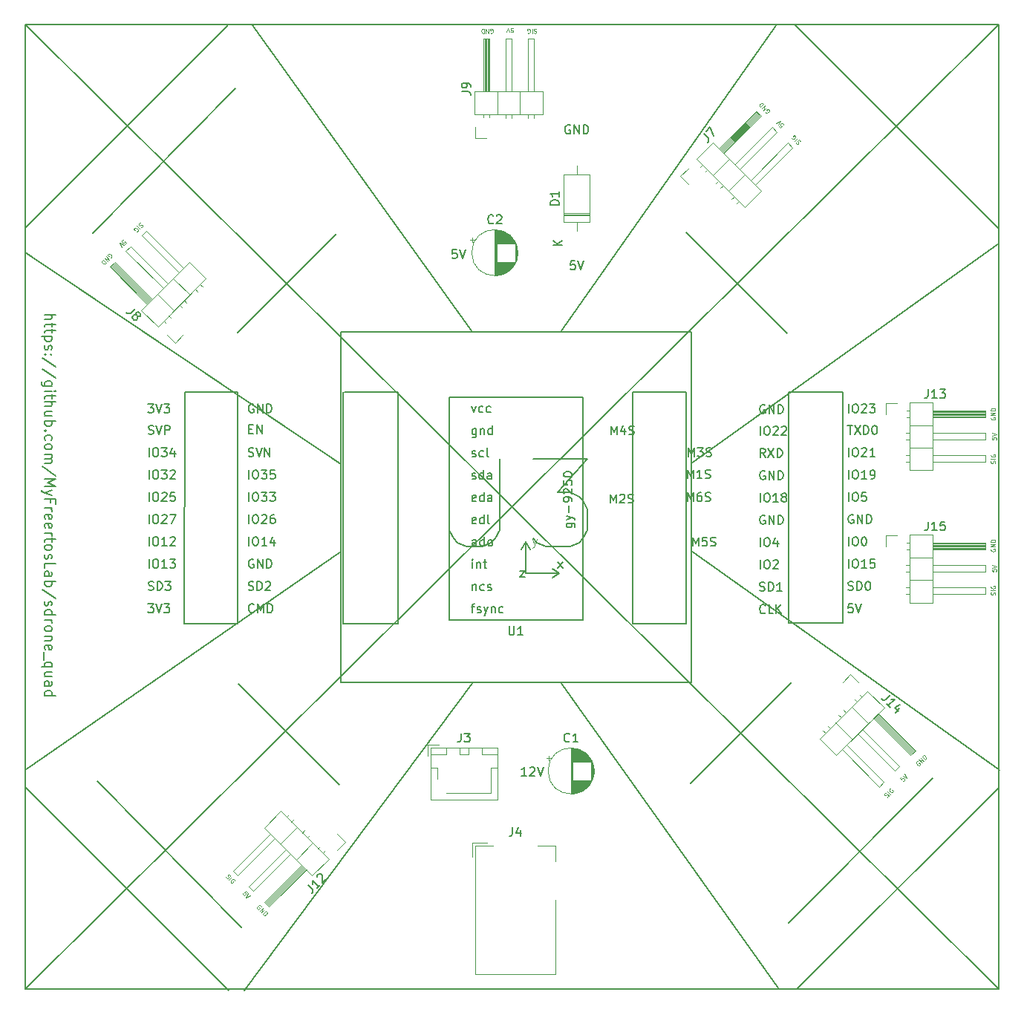
<source format=gbr>
G04 #@! TF.GenerationSoftware,KiCad,Pcbnew,5.0.2-bee76a0~70~ubuntu16.04.1*
G04 #@! TF.CreationDate,2021-08-14T16:57:29+02:00*
G04 #@! TF.ProjectId,axis2,61786973-322e-46b6-9963-61645f706362,rev?*
G04 #@! TF.SameCoordinates,Original*
G04 #@! TF.FileFunction,Legend,Top*
G04 #@! TF.FilePolarity,Positive*
%FSLAX46Y46*%
G04 Gerber Fmt 4.6, Leading zero omitted, Abs format (unit mm)*
G04 Created by KiCad (PCBNEW 5.0.2-bee76a0~70~ubuntu16.04.1) date sab 14 ago 2021 16:57:29 CEST*
%MOMM*%
%LPD*%
G01*
G04 APERTURE LIST*
%ADD10C,0.200000*%
%ADD11C,0.100000*%
%ADD12C,0.150000*%
%ADD13C,0.120000*%
%ADD14C,0.125000*%
G04 APERTURE END LIST*
D10*
X109100000Y-105500000D02*
X109200000Y-79100000D01*
X115200000Y-105500000D02*
X109100000Y-105500000D01*
X115200000Y-79100000D02*
X115200000Y-105500000D01*
X109200000Y-79100000D02*
X115200000Y-79100000D01*
X178100000Y-105400000D02*
X178100000Y-79100000D01*
X184200000Y-105400000D02*
X178100000Y-105400000D01*
X184200000Y-79100000D02*
X184200000Y-105400000D01*
X178100000Y-79100000D02*
X184200000Y-79100000D01*
X160300000Y-105400000D02*
X160300000Y-79100000D01*
X166300000Y-105500000D02*
X160300000Y-105500000D01*
X166400000Y-79200000D02*
X166400000Y-105500000D01*
X160300000Y-79100000D02*
X166400000Y-79100000D01*
X127300000Y-105500000D02*
X127300000Y-79100000D01*
X133500000Y-105500000D02*
X127300000Y-105500000D01*
X133500000Y-79100000D02*
X133500000Y-105500000D01*
X127400000Y-79100000D02*
X133500000Y-79100000D01*
X148180952Y-122852380D02*
X147609523Y-122852380D01*
X147895238Y-122852380D02*
X147895238Y-121852380D01*
X147800000Y-121995238D01*
X147704761Y-122090476D01*
X147609523Y-122138095D01*
X148561904Y-121947619D02*
X148609523Y-121900000D01*
X148704761Y-121852380D01*
X148942857Y-121852380D01*
X149038095Y-121900000D01*
X149085714Y-121947619D01*
X149133333Y-122042857D01*
X149133333Y-122138095D01*
X149085714Y-122280952D01*
X148514285Y-122852380D01*
X149133333Y-122852380D01*
X149419047Y-121852380D02*
X149752380Y-122852380D01*
X150085714Y-121852380D01*
X140209523Y-62852380D02*
X139733333Y-62852380D01*
X139685714Y-63328571D01*
X139733333Y-63280952D01*
X139828571Y-63233333D01*
X140066666Y-63233333D01*
X140161904Y-63280952D01*
X140209523Y-63328571D01*
X140257142Y-63423809D01*
X140257142Y-63661904D01*
X140209523Y-63757142D01*
X140161904Y-63804761D01*
X140066666Y-63852380D01*
X139828571Y-63852380D01*
X139733333Y-63804761D01*
X139685714Y-63757142D01*
X140542857Y-62852380D02*
X140876190Y-63852380D01*
X141209523Y-62852380D01*
X153709523Y-64152380D02*
X153233333Y-64152380D01*
X153185714Y-64628571D01*
X153233333Y-64580952D01*
X153328571Y-64533333D01*
X153566666Y-64533333D01*
X153661904Y-64580952D01*
X153709523Y-64628571D01*
X153757142Y-64723809D01*
X153757142Y-64961904D01*
X153709523Y-65057142D01*
X153661904Y-65104761D01*
X153566666Y-65152380D01*
X153328571Y-65152380D01*
X153233333Y-65104761D01*
X153185714Y-65057142D01*
X154042857Y-64152380D02*
X154376190Y-65152380D01*
X154709523Y-64152380D01*
X153138095Y-48700000D02*
X153042857Y-48652380D01*
X152900000Y-48652380D01*
X152757142Y-48700000D01*
X152661904Y-48795238D01*
X152614285Y-48890476D01*
X152566666Y-49080952D01*
X152566666Y-49223809D01*
X152614285Y-49414285D01*
X152661904Y-49509523D01*
X152757142Y-49604761D01*
X152900000Y-49652380D01*
X152995238Y-49652380D01*
X153138095Y-49604761D01*
X153185714Y-49557142D01*
X153185714Y-49223809D01*
X152995238Y-49223809D01*
X153614285Y-49652380D02*
X153614285Y-48652380D01*
X154185714Y-49652380D01*
X154185714Y-48652380D01*
X154661904Y-49652380D02*
X154661904Y-48652380D01*
X154900000Y-48652380D01*
X155042857Y-48700000D01*
X155138095Y-48795238D01*
X155185714Y-48890476D01*
X155233333Y-49080952D01*
X155233333Y-49223809D01*
X155185714Y-49414285D01*
X155138095Y-49509523D01*
X155042857Y-49604761D01*
X154900000Y-49652380D01*
X154661904Y-49652380D01*
D11*
X117907402Y-137753849D02*
X117890566Y-137703341D01*
X117840059Y-137652834D01*
X117772715Y-137619162D01*
X117705372Y-137619162D01*
X117654864Y-137635998D01*
X117570685Y-137686505D01*
X117520177Y-137737013D01*
X117469669Y-137821192D01*
X117452834Y-137871700D01*
X117452834Y-137939043D01*
X117486505Y-138006387D01*
X117520177Y-138040059D01*
X117587521Y-138073730D01*
X117621192Y-138073730D01*
X117739043Y-137955879D01*
X117671700Y-137888536D01*
X117739043Y-138258925D02*
X118092597Y-137905372D01*
X117941074Y-138460956D01*
X118294627Y-138107402D01*
X118109433Y-138629314D02*
X118462986Y-138275761D01*
X118547165Y-138359940D01*
X118580837Y-138427284D01*
X118580837Y-138494627D01*
X118564001Y-138545135D01*
X118513494Y-138629314D01*
X118462986Y-138679822D01*
X118378807Y-138730330D01*
X118328299Y-138747165D01*
X118260956Y-138747165D01*
X118193612Y-138713494D01*
X118109433Y-138629314D01*
X113894923Y-134381133D02*
X113928595Y-134448477D01*
X114012774Y-134532656D01*
X114063282Y-134549492D01*
X114096954Y-134549492D01*
X114147461Y-134532656D01*
X114181133Y-134498984D01*
X114197969Y-134448477D01*
X114197969Y-134414805D01*
X114181133Y-134364297D01*
X114130625Y-134280118D01*
X114113790Y-134229610D01*
X114113790Y-134195938D01*
X114130625Y-134145431D01*
X114164297Y-134111759D01*
X114214805Y-134094923D01*
X114248477Y-134094923D01*
X114298984Y-134111759D01*
X114383164Y-134195938D01*
X114416835Y-134263282D01*
X114231641Y-134751522D02*
X114585194Y-134397969D01*
X114921912Y-134768358D02*
X114905076Y-134717851D01*
X114854568Y-134667343D01*
X114787225Y-134633671D01*
X114719881Y-134633671D01*
X114669374Y-134650507D01*
X114585194Y-134701015D01*
X114534687Y-134751522D01*
X114484179Y-134835702D01*
X114467343Y-134886209D01*
X114467343Y-134953553D01*
X114501015Y-135020896D01*
X114534687Y-135054568D01*
X114602030Y-135088240D01*
X114635702Y-135088240D01*
X114753553Y-134970389D01*
X114686209Y-134903045D01*
X116326269Y-136139043D02*
X116157910Y-135970685D01*
X115972715Y-136122208D01*
X116006387Y-136122208D01*
X116056895Y-136139043D01*
X116141074Y-136223223D01*
X116157910Y-136273730D01*
X116157910Y-136307402D01*
X116141074Y-136357910D01*
X116056895Y-136442089D01*
X116006387Y-136458925D01*
X115972715Y-136458925D01*
X115922208Y-136442089D01*
X115838028Y-136357910D01*
X115821192Y-136307402D01*
X115821192Y-136273730D01*
X116444120Y-136256895D02*
X116208417Y-136728299D01*
X116679822Y-136492597D01*
X102360956Y-62226269D02*
X102529314Y-62057910D01*
X102377791Y-61872715D01*
X102377791Y-61906387D01*
X102360956Y-61956895D01*
X102276776Y-62041074D01*
X102226269Y-62057910D01*
X102192597Y-62057910D01*
X102142089Y-62041074D01*
X102057910Y-61956895D01*
X102041074Y-61906387D01*
X102041074Y-61872715D01*
X102057910Y-61822208D01*
X102142089Y-61738028D01*
X102192597Y-61721192D01*
X102226269Y-61721192D01*
X102243104Y-62344120D02*
X101771700Y-62108417D01*
X102007402Y-62579822D01*
X100746150Y-63807402D02*
X100796658Y-63790566D01*
X100847165Y-63740059D01*
X100880837Y-63672715D01*
X100880837Y-63605372D01*
X100864001Y-63554864D01*
X100813494Y-63470685D01*
X100762986Y-63420177D01*
X100678807Y-63369669D01*
X100628299Y-63352834D01*
X100560956Y-63352834D01*
X100493612Y-63386505D01*
X100459940Y-63420177D01*
X100426269Y-63487521D01*
X100426269Y-63521192D01*
X100544120Y-63639043D01*
X100611463Y-63571700D01*
X100241074Y-63639043D02*
X100594627Y-63992597D01*
X100039043Y-63841074D01*
X100392597Y-64194627D01*
X99870685Y-64009433D02*
X100224238Y-64362986D01*
X100140059Y-64447165D01*
X100072715Y-64480837D01*
X100005372Y-64480837D01*
X99954864Y-64464001D01*
X99870685Y-64413494D01*
X99820177Y-64362986D01*
X99769669Y-64278807D01*
X99752834Y-64228299D01*
X99752834Y-64160956D01*
X99786505Y-64093612D01*
X99870685Y-64009433D01*
X104118866Y-59794923D02*
X104051522Y-59828595D01*
X103967343Y-59912774D01*
X103950507Y-59963282D01*
X103950507Y-59996954D01*
X103967343Y-60047461D01*
X104001015Y-60081133D01*
X104051522Y-60097969D01*
X104085194Y-60097969D01*
X104135702Y-60081133D01*
X104219881Y-60030625D01*
X104270389Y-60013790D01*
X104304061Y-60013790D01*
X104354568Y-60030625D01*
X104388240Y-60064297D01*
X104405076Y-60114805D01*
X104405076Y-60148477D01*
X104388240Y-60198984D01*
X104304061Y-60283164D01*
X104236717Y-60316835D01*
X103748477Y-60131641D02*
X104102030Y-60485194D01*
X103731641Y-60821912D02*
X103782148Y-60805076D01*
X103832656Y-60754568D01*
X103866328Y-60687225D01*
X103866328Y-60619881D01*
X103849492Y-60569374D01*
X103798984Y-60485194D01*
X103748477Y-60434687D01*
X103664297Y-60384179D01*
X103613790Y-60367343D01*
X103546446Y-60367343D01*
X103479103Y-60401015D01*
X103445431Y-60434687D01*
X103411759Y-60502030D01*
X103411759Y-60535702D01*
X103529610Y-60653553D01*
X103596954Y-60586209D01*
X175392597Y-47146150D02*
X175409433Y-47196658D01*
X175459940Y-47247165D01*
X175527284Y-47280837D01*
X175594627Y-47280837D01*
X175645135Y-47264001D01*
X175729314Y-47213494D01*
X175779822Y-47162986D01*
X175830330Y-47078807D01*
X175847165Y-47028299D01*
X175847165Y-46960956D01*
X175813494Y-46893612D01*
X175779822Y-46859940D01*
X175712478Y-46826269D01*
X175678807Y-46826269D01*
X175560956Y-46944120D01*
X175628299Y-47011463D01*
X175560956Y-46641074D02*
X175207402Y-46994627D01*
X175358925Y-46439043D01*
X175005372Y-46792597D01*
X175190566Y-46270685D02*
X174837013Y-46624238D01*
X174752834Y-46540059D01*
X174719162Y-46472715D01*
X174719162Y-46405372D01*
X174735998Y-46354864D01*
X174786505Y-46270685D01*
X174837013Y-46220177D01*
X174921192Y-46169669D01*
X174971700Y-46152834D01*
X175039043Y-46152834D01*
X175106387Y-46186505D01*
X175190566Y-46270685D01*
X176973730Y-48760956D02*
X177142089Y-48929314D01*
X177327284Y-48777791D01*
X177293612Y-48777791D01*
X177243104Y-48760956D01*
X177158925Y-48676776D01*
X177142089Y-48626269D01*
X177142089Y-48592597D01*
X177158925Y-48542089D01*
X177243104Y-48457910D01*
X177293612Y-48441074D01*
X177327284Y-48441074D01*
X177377791Y-48457910D01*
X177461971Y-48542089D01*
X177478807Y-48592597D01*
X177478807Y-48626269D01*
X176855879Y-48643104D02*
X177091582Y-48171700D01*
X176620177Y-48407402D01*
X179405076Y-50518866D02*
X179371404Y-50451522D01*
X179287225Y-50367343D01*
X179236717Y-50350507D01*
X179203045Y-50350507D01*
X179152538Y-50367343D01*
X179118866Y-50401015D01*
X179102030Y-50451522D01*
X179102030Y-50485194D01*
X179118866Y-50535702D01*
X179169374Y-50619881D01*
X179186209Y-50670389D01*
X179186209Y-50704061D01*
X179169374Y-50754568D01*
X179135702Y-50788240D01*
X179085194Y-50805076D01*
X179051522Y-50805076D01*
X179001015Y-50788240D01*
X178916835Y-50704061D01*
X178883164Y-50636717D01*
X179068358Y-50148477D02*
X178714805Y-50502030D01*
X178378087Y-50131641D02*
X178394923Y-50182148D01*
X178445431Y-50232656D01*
X178512774Y-50266328D01*
X178580118Y-50266328D01*
X178630625Y-50249492D01*
X178714805Y-50198984D01*
X178765312Y-50148477D01*
X178815820Y-50064297D01*
X178832656Y-50013790D01*
X178832656Y-49946446D01*
X178798984Y-49879103D01*
X178765312Y-49845431D01*
X178697969Y-49811759D01*
X178664297Y-49811759D01*
X178546446Y-49929610D01*
X178613790Y-49996954D01*
X149311904Y-37697619D02*
X149240476Y-37673809D01*
X149121428Y-37673809D01*
X149073809Y-37697619D01*
X149050000Y-37721428D01*
X149026190Y-37769047D01*
X149026190Y-37816666D01*
X149050000Y-37864285D01*
X149073809Y-37888095D01*
X149121428Y-37911904D01*
X149216666Y-37935714D01*
X149264285Y-37959523D01*
X149288095Y-37983333D01*
X149311904Y-38030952D01*
X149311904Y-38078571D01*
X149288095Y-38126190D01*
X149264285Y-38150000D01*
X149216666Y-38173809D01*
X149097619Y-38173809D01*
X149026190Y-38150000D01*
X148811904Y-37673809D02*
X148811904Y-38173809D01*
X148311904Y-38150000D02*
X148359523Y-38173809D01*
X148430952Y-38173809D01*
X148502380Y-38150000D01*
X148550000Y-38102380D01*
X148573809Y-38054761D01*
X148597619Y-37959523D01*
X148597619Y-37888095D01*
X148573809Y-37792857D01*
X148550000Y-37745238D01*
X148502380Y-37697619D01*
X148430952Y-37673809D01*
X148383333Y-37673809D01*
X148311904Y-37697619D01*
X148288095Y-37721428D01*
X148288095Y-37888095D01*
X148383333Y-37888095D01*
X146395238Y-38073809D02*
X146633333Y-38073809D01*
X146657142Y-37835714D01*
X146633333Y-37859523D01*
X146585714Y-37883333D01*
X146466666Y-37883333D01*
X146419047Y-37859523D01*
X146395238Y-37835714D01*
X146371428Y-37788095D01*
X146371428Y-37669047D01*
X146395238Y-37621428D01*
X146419047Y-37597619D01*
X146466666Y-37573809D01*
X146585714Y-37573809D01*
X146633333Y-37597619D01*
X146657142Y-37621428D01*
X146228571Y-38073809D02*
X146061904Y-37573809D01*
X145895238Y-38073809D01*
X144080952Y-38150000D02*
X144128571Y-38173809D01*
X144200000Y-38173809D01*
X144271428Y-38150000D01*
X144319047Y-38102380D01*
X144342857Y-38054761D01*
X144366666Y-37959523D01*
X144366666Y-37888095D01*
X144342857Y-37792857D01*
X144319047Y-37745238D01*
X144271428Y-37697619D01*
X144200000Y-37673809D01*
X144152380Y-37673809D01*
X144080952Y-37697619D01*
X144057142Y-37721428D01*
X144057142Y-37888095D01*
X144152380Y-37888095D01*
X143842857Y-37673809D02*
X143842857Y-38173809D01*
X143557142Y-37673809D01*
X143557142Y-38173809D01*
X143319047Y-37673809D02*
X143319047Y-38173809D01*
X143200000Y-38173809D01*
X143128571Y-38150000D01*
X143080952Y-38102380D01*
X143057142Y-38054761D01*
X143033333Y-37959523D01*
X143033333Y-37888095D01*
X143057142Y-37792857D01*
X143080952Y-37745238D01*
X143128571Y-37697619D01*
X143200000Y-37673809D01*
X143319047Y-37673809D01*
X201226190Y-84295238D02*
X201226190Y-84533333D01*
X201464285Y-84557142D01*
X201440476Y-84533333D01*
X201416666Y-84485714D01*
X201416666Y-84366666D01*
X201440476Y-84319047D01*
X201464285Y-84295238D01*
X201511904Y-84271428D01*
X201630952Y-84271428D01*
X201678571Y-84295238D01*
X201702380Y-84319047D01*
X201726190Y-84366666D01*
X201726190Y-84485714D01*
X201702380Y-84533333D01*
X201678571Y-84557142D01*
X201226190Y-84128571D02*
X201726190Y-83961904D01*
X201226190Y-83795238D01*
X201602380Y-87211904D02*
X201626190Y-87140476D01*
X201626190Y-87021428D01*
X201602380Y-86973809D01*
X201578571Y-86950000D01*
X201530952Y-86926190D01*
X201483333Y-86926190D01*
X201435714Y-86950000D01*
X201411904Y-86973809D01*
X201388095Y-87021428D01*
X201364285Y-87116666D01*
X201340476Y-87164285D01*
X201316666Y-87188095D01*
X201269047Y-87211904D01*
X201221428Y-87211904D01*
X201173809Y-87188095D01*
X201150000Y-87164285D01*
X201126190Y-87116666D01*
X201126190Y-86997619D01*
X201150000Y-86926190D01*
X201626190Y-86711904D02*
X201126190Y-86711904D01*
X201150000Y-86211904D02*
X201126190Y-86259523D01*
X201126190Y-86330952D01*
X201150000Y-86402380D01*
X201197619Y-86450000D01*
X201245238Y-86473809D01*
X201340476Y-86497619D01*
X201411904Y-86497619D01*
X201507142Y-86473809D01*
X201554761Y-86450000D01*
X201602380Y-86402380D01*
X201626190Y-86330952D01*
X201626190Y-86283333D01*
X201602380Y-86211904D01*
X201578571Y-86188095D01*
X201411904Y-86188095D01*
X201411904Y-86283333D01*
X201150000Y-81980952D02*
X201126190Y-82028571D01*
X201126190Y-82100000D01*
X201150000Y-82171428D01*
X201197619Y-82219047D01*
X201245238Y-82242857D01*
X201340476Y-82266666D01*
X201411904Y-82266666D01*
X201507142Y-82242857D01*
X201554761Y-82219047D01*
X201602380Y-82171428D01*
X201626190Y-82100000D01*
X201626190Y-82052380D01*
X201602380Y-81980952D01*
X201578571Y-81957142D01*
X201411904Y-81957142D01*
X201411904Y-82052380D01*
X201626190Y-81742857D02*
X201126190Y-81742857D01*
X201626190Y-81457142D01*
X201126190Y-81457142D01*
X201626190Y-81219047D02*
X201126190Y-81219047D01*
X201126190Y-81100000D01*
X201150000Y-81028571D01*
X201197619Y-80980952D01*
X201245238Y-80957142D01*
X201340476Y-80933333D01*
X201411904Y-80933333D01*
X201507142Y-80957142D01*
X201554761Y-80980952D01*
X201602380Y-81028571D01*
X201626190Y-81100000D01*
X201626190Y-81219047D01*
X201150000Y-96980952D02*
X201126190Y-97028571D01*
X201126190Y-97100000D01*
X201150000Y-97171428D01*
X201197619Y-97219047D01*
X201245238Y-97242857D01*
X201340476Y-97266666D01*
X201411904Y-97266666D01*
X201507142Y-97242857D01*
X201554761Y-97219047D01*
X201602380Y-97171428D01*
X201626190Y-97100000D01*
X201626190Y-97052380D01*
X201602380Y-96980952D01*
X201578571Y-96957142D01*
X201411904Y-96957142D01*
X201411904Y-97052380D01*
X201626190Y-96742857D02*
X201126190Y-96742857D01*
X201626190Y-96457142D01*
X201126190Y-96457142D01*
X201626190Y-96219047D02*
X201126190Y-96219047D01*
X201126190Y-96100000D01*
X201150000Y-96028571D01*
X201197619Y-95980952D01*
X201245238Y-95957142D01*
X201340476Y-95933333D01*
X201411904Y-95933333D01*
X201507142Y-95957142D01*
X201554761Y-95980952D01*
X201602380Y-96028571D01*
X201626190Y-96100000D01*
X201626190Y-96219047D01*
X201602380Y-102211904D02*
X201626190Y-102140476D01*
X201626190Y-102021428D01*
X201602380Y-101973809D01*
X201578571Y-101950000D01*
X201530952Y-101926190D01*
X201483333Y-101926190D01*
X201435714Y-101950000D01*
X201411904Y-101973809D01*
X201388095Y-102021428D01*
X201364285Y-102116666D01*
X201340476Y-102164285D01*
X201316666Y-102188095D01*
X201269047Y-102211904D01*
X201221428Y-102211904D01*
X201173809Y-102188095D01*
X201150000Y-102164285D01*
X201126190Y-102116666D01*
X201126190Y-101997619D01*
X201150000Y-101926190D01*
X201626190Y-101711904D02*
X201126190Y-101711904D01*
X201150000Y-101211904D02*
X201126190Y-101259523D01*
X201126190Y-101330952D01*
X201150000Y-101402380D01*
X201197619Y-101450000D01*
X201245238Y-101473809D01*
X201340476Y-101497619D01*
X201411904Y-101497619D01*
X201507142Y-101473809D01*
X201554761Y-101450000D01*
X201602380Y-101402380D01*
X201626190Y-101330952D01*
X201626190Y-101283333D01*
X201602380Y-101211904D01*
X201578571Y-101188095D01*
X201411904Y-101188095D01*
X201411904Y-101283333D01*
X201226190Y-99295238D02*
X201226190Y-99533333D01*
X201464285Y-99557142D01*
X201440476Y-99533333D01*
X201416666Y-99485714D01*
X201416666Y-99366666D01*
X201440476Y-99319047D01*
X201464285Y-99295238D01*
X201511904Y-99271428D01*
X201630952Y-99271428D01*
X201678571Y-99295238D01*
X201702380Y-99319047D01*
X201726190Y-99366666D01*
X201726190Y-99485714D01*
X201702380Y-99533333D01*
X201678571Y-99557142D01*
X201226190Y-99128571D02*
X201726190Y-98961904D01*
X201226190Y-98795238D01*
X192753849Y-121192597D02*
X192703341Y-121209433D01*
X192652834Y-121259940D01*
X192619162Y-121327284D01*
X192619162Y-121394627D01*
X192635998Y-121445135D01*
X192686505Y-121529314D01*
X192737013Y-121579822D01*
X192821192Y-121630330D01*
X192871700Y-121647165D01*
X192939043Y-121647165D01*
X193006387Y-121613494D01*
X193040059Y-121579822D01*
X193073730Y-121512478D01*
X193073730Y-121478807D01*
X192955879Y-121360956D01*
X192888536Y-121428299D01*
X193258925Y-121360956D02*
X192905372Y-121007402D01*
X193460956Y-121158925D01*
X193107402Y-120805372D01*
X193629314Y-120990566D02*
X193275761Y-120637013D01*
X193359940Y-120552834D01*
X193427284Y-120519162D01*
X193494627Y-120519162D01*
X193545135Y-120535998D01*
X193629314Y-120586505D01*
X193679822Y-120637013D01*
X193730330Y-120721192D01*
X193747165Y-120771700D01*
X193747165Y-120839043D01*
X193713494Y-120906387D01*
X193629314Y-120990566D01*
X190939043Y-122973730D02*
X190770685Y-123142089D01*
X190922208Y-123327284D01*
X190922208Y-123293612D01*
X190939043Y-123243104D01*
X191023223Y-123158925D01*
X191073730Y-123142089D01*
X191107402Y-123142089D01*
X191157910Y-123158925D01*
X191242089Y-123243104D01*
X191258925Y-123293612D01*
X191258925Y-123327284D01*
X191242089Y-123377791D01*
X191157910Y-123461971D01*
X191107402Y-123478807D01*
X191073730Y-123478807D01*
X191056895Y-122855879D02*
X191528299Y-123091582D01*
X191292597Y-122620177D01*
X189281133Y-125305076D02*
X189348477Y-125271404D01*
X189432656Y-125187225D01*
X189449492Y-125136717D01*
X189449492Y-125103045D01*
X189432656Y-125052538D01*
X189398984Y-125018866D01*
X189348477Y-125002030D01*
X189314805Y-125002030D01*
X189264297Y-125018866D01*
X189180118Y-125069374D01*
X189129610Y-125086209D01*
X189095938Y-125086209D01*
X189045431Y-125069374D01*
X189011759Y-125035702D01*
X188994923Y-124985194D01*
X188994923Y-124951522D01*
X189011759Y-124901015D01*
X189095938Y-124816835D01*
X189163282Y-124783164D01*
X189651522Y-124968358D02*
X189297969Y-124614805D01*
X189668358Y-124278087D02*
X189617851Y-124294923D01*
X189567343Y-124345431D01*
X189533671Y-124412774D01*
X189533671Y-124480118D01*
X189550507Y-124530625D01*
X189601015Y-124614805D01*
X189651522Y-124665312D01*
X189735702Y-124715820D01*
X189786209Y-124732656D01*
X189853553Y-124732656D01*
X189920896Y-124698984D01*
X189954568Y-124665312D01*
X189988240Y-124597969D01*
X189988240Y-124564297D01*
X189870389Y-124446446D01*
X189803045Y-124513790D01*
D10*
X93257142Y-70285714D02*
X94457142Y-70285714D01*
X93257142Y-70800000D02*
X93885714Y-70800000D01*
X94000000Y-70742857D01*
X94057142Y-70628571D01*
X94057142Y-70457142D01*
X94000000Y-70342857D01*
X93942857Y-70285714D01*
X94057142Y-71200000D02*
X94057142Y-71657142D01*
X94457142Y-71371428D02*
X93428571Y-71371428D01*
X93314285Y-71428571D01*
X93257142Y-71542857D01*
X93257142Y-71657142D01*
X94057142Y-71885714D02*
X94057142Y-72342857D01*
X94457142Y-72057142D02*
X93428571Y-72057142D01*
X93314285Y-72114285D01*
X93257142Y-72228571D01*
X93257142Y-72342857D01*
X94057142Y-72742857D02*
X92857142Y-72742857D01*
X94000000Y-72742857D02*
X94057142Y-72857142D01*
X94057142Y-73085714D01*
X94000000Y-73200000D01*
X93942857Y-73257142D01*
X93828571Y-73314285D01*
X93485714Y-73314285D01*
X93371428Y-73257142D01*
X93314285Y-73200000D01*
X93257142Y-73085714D01*
X93257142Y-72857142D01*
X93314285Y-72742857D01*
X93314285Y-73771428D02*
X93257142Y-73885714D01*
X93257142Y-74114285D01*
X93314285Y-74228571D01*
X93428571Y-74285714D01*
X93485714Y-74285714D01*
X93600000Y-74228571D01*
X93657142Y-74114285D01*
X93657142Y-73942857D01*
X93714285Y-73828571D01*
X93828571Y-73771428D01*
X93885714Y-73771428D01*
X94000000Y-73828571D01*
X94057142Y-73942857D01*
X94057142Y-74114285D01*
X94000000Y-74228571D01*
X93371428Y-74800000D02*
X93314285Y-74857142D01*
X93257142Y-74800000D01*
X93314285Y-74742857D01*
X93371428Y-74800000D01*
X93257142Y-74800000D01*
X94000000Y-74800000D02*
X93942857Y-74857142D01*
X93885714Y-74800000D01*
X93942857Y-74742857D01*
X94000000Y-74800000D01*
X93885714Y-74800000D01*
X94514285Y-76228571D02*
X92971428Y-75200000D01*
X94514285Y-77485714D02*
X92971428Y-76457142D01*
X94057142Y-78400000D02*
X93085714Y-78400000D01*
X92971428Y-78342857D01*
X92914285Y-78285714D01*
X92857142Y-78171428D01*
X92857142Y-78000000D01*
X92914285Y-77885714D01*
X93314285Y-78400000D02*
X93257142Y-78285714D01*
X93257142Y-78057142D01*
X93314285Y-77942857D01*
X93371428Y-77885714D01*
X93485714Y-77828571D01*
X93828571Y-77828571D01*
X93942857Y-77885714D01*
X94000000Y-77942857D01*
X94057142Y-78057142D01*
X94057142Y-78285714D01*
X94000000Y-78400000D01*
X93257142Y-78971428D02*
X94057142Y-78971428D01*
X94457142Y-78971428D02*
X94400000Y-78914285D01*
X94342857Y-78971428D01*
X94400000Y-79028571D01*
X94457142Y-78971428D01*
X94342857Y-78971428D01*
X94057142Y-79371428D02*
X94057142Y-79828571D01*
X94457142Y-79542857D02*
X93428571Y-79542857D01*
X93314285Y-79600000D01*
X93257142Y-79714285D01*
X93257142Y-79828571D01*
X93257142Y-80228571D02*
X94457142Y-80228571D01*
X93257142Y-80742857D02*
X93885714Y-80742857D01*
X94000000Y-80685714D01*
X94057142Y-80571428D01*
X94057142Y-80400000D01*
X94000000Y-80285714D01*
X93942857Y-80228571D01*
X94057142Y-81828571D02*
X93257142Y-81828571D01*
X94057142Y-81314285D02*
X93428571Y-81314285D01*
X93314285Y-81371428D01*
X93257142Y-81485714D01*
X93257142Y-81657142D01*
X93314285Y-81771428D01*
X93371428Y-81828571D01*
X93257142Y-82400000D02*
X94457142Y-82400000D01*
X94000000Y-82400000D02*
X94057142Y-82514285D01*
X94057142Y-82742857D01*
X94000000Y-82857142D01*
X93942857Y-82914285D01*
X93828571Y-82971428D01*
X93485714Y-82971428D01*
X93371428Y-82914285D01*
X93314285Y-82857142D01*
X93257142Y-82742857D01*
X93257142Y-82514285D01*
X93314285Y-82400000D01*
X93371428Y-83485714D02*
X93314285Y-83542857D01*
X93257142Y-83485714D01*
X93314285Y-83428571D01*
X93371428Y-83485714D01*
X93257142Y-83485714D01*
X93314285Y-84571428D02*
X93257142Y-84457142D01*
X93257142Y-84228571D01*
X93314285Y-84114285D01*
X93371428Y-84057142D01*
X93485714Y-84000000D01*
X93828571Y-84000000D01*
X93942857Y-84057142D01*
X94000000Y-84114285D01*
X94057142Y-84228571D01*
X94057142Y-84457142D01*
X94000000Y-84571428D01*
X93257142Y-85257142D02*
X93314285Y-85142857D01*
X93371428Y-85085714D01*
X93485714Y-85028571D01*
X93828571Y-85028571D01*
X93942857Y-85085714D01*
X94000000Y-85142857D01*
X94057142Y-85257142D01*
X94057142Y-85428571D01*
X94000000Y-85542857D01*
X93942857Y-85600000D01*
X93828571Y-85657142D01*
X93485714Y-85657142D01*
X93371428Y-85600000D01*
X93314285Y-85542857D01*
X93257142Y-85428571D01*
X93257142Y-85257142D01*
X93257142Y-86171428D02*
X94057142Y-86171428D01*
X93942857Y-86171428D02*
X94000000Y-86228571D01*
X94057142Y-86342857D01*
X94057142Y-86514285D01*
X94000000Y-86628571D01*
X93885714Y-86685714D01*
X93257142Y-86685714D01*
X93885714Y-86685714D02*
X94000000Y-86742857D01*
X94057142Y-86857142D01*
X94057142Y-87028571D01*
X94000000Y-87142857D01*
X93885714Y-87200000D01*
X93257142Y-87200000D01*
X94514285Y-88628571D02*
X92971428Y-87600000D01*
X93257142Y-89028571D02*
X94457142Y-89028571D01*
X93600000Y-89428571D01*
X94457142Y-89828571D01*
X93257142Y-89828571D01*
X94057142Y-90285714D02*
X93257142Y-90571428D01*
X94057142Y-90857142D02*
X93257142Y-90571428D01*
X92971428Y-90457142D01*
X92914285Y-90400000D01*
X92857142Y-90285714D01*
X93885714Y-91714285D02*
X93885714Y-91314285D01*
X93257142Y-91314285D02*
X94457142Y-91314285D01*
X94457142Y-91885714D01*
X93257142Y-92342857D02*
X94057142Y-92342857D01*
X93828571Y-92342857D02*
X93942857Y-92400000D01*
X94000000Y-92457142D01*
X94057142Y-92571428D01*
X94057142Y-92685714D01*
X93314285Y-93542857D02*
X93257142Y-93428571D01*
X93257142Y-93200000D01*
X93314285Y-93085714D01*
X93428571Y-93028571D01*
X93885714Y-93028571D01*
X94000000Y-93085714D01*
X94057142Y-93200000D01*
X94057142Y-93428571D01*
X94000000Y-93542857D01*
X93885714Y-93600000D01*
X93771428Y-93600000D01*
X93657142Y-93028571D01*
X93314285Y-94571428D02*
X93257142Y-94457142D01*
X93257142Y-94228571D01*
X93314285Y-94114285D01*
X93428571Y-94057142D01*
X93885714Y-94057142D01*
X94000000Y-94114285D01*
X94057142Y-94228571D01*
X94057142Y-94457142D01*
X94000000Y-94571428D01*
X93885714Y-94628571D01*
X93771428Y-94628571D01*
X93657142Y-94057142D01*
X93257142Y-95142857D02*
X94057142Y-95142857D01*
X93828571Y-95142857D02*
X93942857Y-95200000D01*
X94000000Y-95257142D01*
X94057142Y-95371428D01*
X94057142Y-95485714D01*
X94057142Y-95714285D02*
X94057142Y-96171428D01*
X94457142Y-95885714D02*
X93428571Y-95885714D01*
X93314285Y-95942857D01*
X93257142Y-96057142D01*
X93257142Y-96171428D01*
X93257142Y-96742857D02*
X93314285Y-96628571D01*
X93371428Y-96571428D01*
X93485714Y-96514285D01*
X93828571Y-96514285D01*
X93942857Y-96571428D01*
X94000000Y-96628571D01*
X94057142Y-96742857D01*
X94057142Y-96914285D01*
X94000000Y-97028571D01*
X93942857Y-97085714D01*
X93828571Y-97142857D01*
X93485714Y-97142857D01*
X93371428Y-97085714D01*
X93314285Y-97028571D01*
X93257142Y-96914285D01*
X93257142Y-96742857D01*
X93314285Y-97600000D02*
X93257142Y-97714285D01*
X93257142Y-97942857D01*
X93314285Y-98057142D01*
X93428571Y-98114285D01*
X93485714Y-98114285D01*
X93600000Y-98057142D01*
X93657142Y-97942857D01*
X93657142Y-97771428D01*
X93714285Y-97657142D01*
X93828571Y-97600000D01*
X93885714Y-97600000D01*
X94000000Y-97657142D01*
X94057142Y-97771428D01*
X94057142Y-97942857D01*
X94000000Y-98057142D01*
X93257142Y-99200000D02*
X93257142Y-98628571D01*
X94457142Y-98628571D01*
X93257142Y-100114285D02*
X93885714Y-100114285D01*
X94000000Y-100057142D01*
X94057142Y-99942857D01*
X94057142Y-99714285D01*
X94000000Y-99600000D01*
X93314285Y-100114285D02*
X93257142Y-100000000D01*
X93257142Y-99714285D01*
X93314285Y-99600000D01*
X93428571Y-99542857D01*
X93542857Y-99542857D01*
X93657142Y-99600000D01*
X93714285Y-99714285D01*
X93714285Y-100000000D01*
X93771428Y-100114285D01*
X93257142Y-100685714D02*
X94457142Y-100685714D01*
X94000000Y-100685714D02*
X94057142Y-100800000D01*
X94057142Y-101028571D01*
X94000000Y-101142857D01*
X93942857Y-101200000D01*
X93828571Y-101257142D01*
X93485714Y-101257142D01*
X93371428Y-101200000D01*
X93314285Y-101142857D01*
X93257142Y-101028571D01*
X93257142Y-100800000D01*
X93314285Y-100685714D01*
X94514285Y-102628571D02*
X92971428Y-101600000D01*
X93314285Y-102971428D02*
X93257142Y-103085714D01*
X93257142Y-103314285D01*
X93314285Y-103428571D01*
X93428571Y-103485714D01*
X93485714Y-103485714D01*
X93600000Y-103428571D01*
X93657142Y-103314285D01*
X93657142Y-103142857D01*
X93714285Y-103028571D01*
X93828571Y-102971428D01*
X93885714Y-102971428D01*
X94000000Y-103028571D01*
X94057142Y-103142857D01*
X94057142Y-103314285D01*
X94000000Y-103428571D01*
X93257142Y-104514285D02*
X94457142Y-104514285D01*
X93314285Y-104514285D02*
X93257142Y-104400000D01*
X93257142Y-104171428D01*
X93314285Y-104057142D01*
X93371428Y-104000000D01*
X93485714Y-103942857D01*
X93828571Y-103942857D01*
X93942857Y-104000000D01*
X94000000Y-104057142D01*
X94057142Y-104171428D01*
X94057142Y-104400000D01*
X94000000Y-104514285D01*
X93257142Y-105085714D02*
X94057142Y-105085714D01*
X93828571Y-105085714D02*
X93942857Y-105142857D01*
X94000000Y-105200000D01*
X94057142Y-105314285D01*
X94057142Y-105428571D01*
X93257142Y-106000000D02*
X93314285Y-105885714D01*
X93371428Y-105828571D01*
X93485714Y-105771428D01*
X93828571Y-105771428D01*
X93942857Y-105828571D01*
X94000000Y-105885714D01*
X94057142Y-106000000D01*
X94057142Y-106171428D01*
X94000000Y-106285714D01*
X93942857Y-106342857D01*
X93828571Y-106400000D01*
X93485714Y-106400000D01*
X93371428Y-106342857D01*
X93314285Y-106285714D01*
X93257142Y-106171428D01*
X93257142Y-106000000D01*
X94057142Y-106914285D02*
X93257142Y-106914285D01*
X93942857Y-106914285D02*
X94000000Y-106971428D01*
X94057142Y-107085714D01*
X94057142Y-107257142D01*
X94000000Y-107371428D01*
X93885714Y-107428571D01*
X93257142Y-107428571D01*
X93314285Y-108457142D02*
X93257142Y-108342857D01*
X93257142Y-108114285D01*
X93314285Y-108000000D01*
X93428571Y-107942857D01*
X93885714Y-107942857D01*
X94000000Y-108000000D01*
X94057142Y-108114285D01*
X94057142Y-108342857D01*
X94000000Y-108457142D01*
X93885714Y-108514285D01*
X93771428Y-108514285D01*
X93657142Y-107942857D01*
X93142857Y-108742857D02*
X93142857Y-109657142D01*
X94057142Y-110457142D02*
X92857142Y-110457142D01*
X93314285Y-110457142D02*
X93257142Y-110342857D01*
X93257142Y-110114285D01*
X93314285Y-110000000D01*
X93371428Y-109942857D01*
X93485714Y-109885714D01*
X93828571Y-109885714D01*
X93942857Y-109942857D01*
X94000000Y-110000000D01*
X94057142Y-110114285D01*
X94057142Y-110342857D01*
X94000000Y-110457142D01*
X94057142Y-111542857D02*
X93257142Y-111542857D01*
X94057142Y-111028571D02*
X93428571Y-111028571D01*
X93314285Y-111085714D01*
X93257142Y-111200000D01*
X93257142Y-111371428D01*
X93314285Y-111485714D01*
X93371428Y-111542857D01*
X93257142Y-112628571D02*
X93885714Y-112628571D01*
X94000000Y-112571428D01*
X94057142Y-112457142D01*
X94057142Y-112228571D01*
X94000000Y-112114285D01*
X93314285Y-112628571D02*
X93257142Y-112514285D01*
X93257142Y-112228571D01*
X93314285Y-112114285D01*
X93428571Y-112057142D01*
X93542857Y-112057142D01*
X93657142Y-112114285D01*
X93714285Y-112228571D01*
X93714285Y-112514285D01*
X93771428Y-112628571D01*
X93257142Y-113714285D02*
X94457142Y-113714285D01*
X93314285Y-113714285D02*
X93257142Y-113599999D01*
X93257142Y-113371428D01*
X93314285Y-113257142D01*
X93371428Y-113199999D01*
X93485714Y-113142857D01*
X93828571Y-113142857D01*
X93942857Y-113199999D01*
X94000000Y-113257142D01*
X94057142Y-113371428D01*
X94057142Y-113599999D01*
X94000000Y-113714285D01*
X157714285Y-91752380D02*
X157714285Y-90752380D01*
X158047619Y-91466666D01*
X158380952Y-90752380D01*
X158380952Y-91752380D01*
X158809523Y-90847619D02*
X158857142Y-90800000D01*
X158952380Y-90752380D01*
X159190476Y-90752380D01*
X159285714Y-90800000D01*
X159333333Y-90847619D01*
X159380952Y-90942857D01*
X159380952Y-91038095D01*
X159333333Y-91180952D01*
X158761904Y-91752380D01*
X159380952Y-91752380D01*
X159761904Y-91704761D02*
X159904761Y-91752380D01*
X160142857Y-91752380D01*
X160238095Y-91704761D01*
X160285714Y-91657142D01*
X160333333Y-91561904D01*
X160333333Y-91466666D01*
X160285714Y-91371428D01*
X160238095Y-91323809D01*
X160142857Y-91276190D01*
X159952380Y-91228571D01*
X159857142Y-91180952D01*
X159809523Y-91133333D01*
X159761904Y-91038095D01*
X159761904Y-90942857D01*
X159809523Y-90847619D01*
X159857142Y-90800000D01*
X159952380Y-90752380D01*
X160190476Y-90752380D01*
X160333333Y-90800000D01*
X157814285Y-83952380D02*
X157814285Y-82952380D01*
X158147619Y-83666666D01*
X158480952Y-82952380D01*
X158480952Y-83952380D01*
X159385714Y-83285714D02*
X159385714Y-83952380D01*
X159147619Y-82904761D02*
X158909523Y-83619047D01*
X159528571Y-83619047D01*
X159861904Y-83904761D02*
X160004761Y-83952380D01*
X160242857Y-83952380D01*
X160338095Y-83904761D01*
X160385714Y-83857142D01*
X160433333Y-83761904D01*
X160433333Y-83666666D01*
X160385714Y-83571428D01*
X160338095Y-83523809D01*
X160242857Y-83476190D01*
X160052380Y-83428571D01*
X159957142Y-83380952D01*
X159909523Y-83333333D01*
X159861904Y-83238095D01*
X159861904Y-83142857D01*
X159909523Y-83047619D01*
X159957142Y-83000000D01*
X160052380Y-82952380D01*
X160290476Y-82952380D01*
X160433333Y-83000000D01*
X167114285Y-96652380D02*
X167114285Y-95652380D01*
X167447619Y-96366666D01*
X167780952Y-95652380D01*
X167780952Y-96652380D01*
X168733333Y-95652380D02*
X168257142Y-95652380D01*
X168209523Y-96128571D01*
X168257142Y-96080952D01*
X168352380Y-96033333D01*
X168590476Y-96033333D01*
X168685714Y-96080952D01*
X168733333Y-96128571D01*
X168780952Y-96223809D01*
X168780952Y-96461904D01*
X168733333Y-96557142D01*
X168685714Y-96604761D01*
X168590476Y-96652380D01*
X168352380Y-96652380D01*
X168257142Y-96604761D01*
X168209523Y-96557142D01*
X169161904Y-96604761D02*
X169304761Y-96652380D01*
X169542857Y-96652380D01*
X169638095Y-96604761D01*
X169685714Y-96557142D01*
X169733333Y-96461904D01*
X169733333Y-96366666D01*
X169685714Y-96271428D01*
X169638095Y-96223809D01*
X169542857Y-96176190D01*
X169352380Y-96128571D01*
X169257142Y-96080952D01*
X169209523Y-96033333D01*
X169161904Y-95938095D01*
X169161904Y-95842857D01*
X169209523Y-95747619D01*
X169257142Y-95700000D01*
X169352380Y-95652380D01*
X169590476Y-95652380D01*
X169733333Y-95700000D01*
X166514285Y-91552380D02*
X166514285Y-90552380D01*
X166847619Y-91266666D01*
X167180952Y-90552380D01*
X167180952Y-91552380D01*
X168085714Y-90552380D02*
X167895238Y-90552380D01*
X167800000Y-90600000D01*
X167752380Y-90647619D01*
X167657142Y-90790476D01*
X167609523Y-90980952D01*
X167609523Y-91361904D01*
X167657142Y-91457142D01*
X167704761Y-91504761D01*
X167800000Y-91552380D01*
X167990476Y-91552380D01*
X168085714Y-91504761D01*
X168133333Y-91457142D01*
X168180952Y-91361904D01*
X168180952Y-91123809D01*
X168133333Y-91028571D01*
X168085714Y-90980952D01*
X167990476Y-90933333D01*
X167800000Y-90933333D01*
X167704761Y-90980952D01*
X167657142Y-91028571D01*
X167609523Y-91123809D01*
X168561904Y-91504761D02*
X168704761Y-91552380D01*
X168942857Y-91552380D01*
X169038095Y-91504761D01*
X169085714Y-91457142D01*
X169133333Y-91361904D01*
X169133333Y-91266666D01*
X169085714Y-91171428D01*
X169038095Y-91123809D01*
X168942857Y-91076190D01*
X168752380Y-91028571D01*
X168657142Y-90980952D01*
X168609523Y-90933333D01*
X168561904Y-90838095D01*
X168561904Y-90742857D01*
X168609523Y-90647619D01*
X168657142Y-90600000D01*
X168752380Y-90552380D01*
X168990476Y-90552380D01*
X169133333Y-90600000D01*
X166514285Y-88952380D02*
X166514285Y-87952380D01*
X166847619Y-88666666D01*
X167180952Y-87952380D01*
X167180952Y-88952380D01*
X168180952Y-88952380D02*
X167609523Y-88952380D01*
X167895238Y-88952380D02*
X167895238Y-87952380D01*
X167800000Y-88095238D01*
X167704761Y-88190476D01*
X167609523Y-88238095D01*
X168561904Y-88904761D02*
X168704761Y-88952380D01*
X168942857Y-88952380D01*
X169038095Y-88904761D01*
X169085714Y-88857142D01*
X169133333Y-88761904D01*
X169133333Y-88666666D01*
X169085714Y-88571428D01*
X169038095Y-88523809D01*
X168942857Y-88476190D01*
X168752380Y-88428571D01*
X168657142Y-88380952D01*
X168609523Y-88333333D01*
X168561904Y-88238095D01*
X168561904Y-88142857D01*
X168609523Y-88047619D01*
X168657142Y-88000000D01*
X168752380Y-87952380D01*
X168990476Y-87952380D01*
X169133333Y-88000000D01*
X166614285Y-86452380D02*
X166614285Y-85452380D01*
X166947619Y-86166666D01*
X167280952Y-85452380D01*
X167280952Y-86452380D01*
X167661904Y-85452380D02*
X168280952Y-85452380D01*
X167947619Y-85833333D01*
X168090476Y-85833333D01*
X168185714Y-85880952D01*
X168233333Y-85928571D01*
X168280952Y-86023809D01*
X168280952Y-86261904D01*
X168233333Y-86357142D01*
X168185714Y-86404761D01*
X168090476Y-86452380D01*
X167804761Y-86452380D01*
X167709523Y-86404761D01*
X167661904Y-86357142D01*
X168661904Y-86404761D02*
X168804761Y-86452380D01*
X169042857Y-86452380D01*
X169138095Y-86404761D01*
X169185714Y-86357142D01*
X169233333Y-86261904D01*
X169233333Y-86166666D01*
X169185714Y-86071428D01*
X169138095Y-86023809D01*
X169042857Y-85976190D01*
X168852380Y-85928571D01*
X168757142Y-85880952D01*
X168709523Y-85833333D01*
X168661904Y-85738095D01*
X168661904Y-85642857D01*
X168709523Y-85547619D01*
X168757142Y-85500000D01*
X168852380Y-85452380D01*
X169090476Y-85452380D01*
X169233333Y-85500000D01*
X184857143Y-101644761D02*
X185000000Y-101692380D01*
X185238095Y-101692380D01*
X185333333Y-101644761D01*
X185380952Y-101597142D01*
X185428571Y-101501904D01*
X185428571Y-101406666D01*
X185380952Y-101311428D01*
X185333333Y-101263809D01*
X185238095Y-101216190D01*
X185047619Y-101168571D01*
X184952381Y-101120952D01*
X184904762Y-101073333D01*
X184857143Y-100978095D01*
X184857143Y-100882857D01*
X184904762Y-100787619D01*
X184952381Y-100740000D01*
X185047619Y-100692380D01*
X185285714Y-100692380D01*
X185428571Y-100740000D01*
X185857143Y-101692380D02*
X185857143Y-100692380D01*
X186095238Y-100692380D01*
X186238095Y-100740000D01*
X186333333Y-100835238D01*
X186380952Y-100930476D01*
X186428571Y-101120952D01*
X186428571Y-101263809D01*
X186380952Y-101454285D01*
X186333333Y-101549523D01*
X186238095Y-101644761D01*
X186095238Y-101692380D01*
X185857143Y-101692380D01*
X187047619Y-100692380D02*
X187142857Y-100692380D01*
X187238095Y-100740000D01*
X187285714Y-100787619D01*
X187333333Y-100882857D01*
X187380952Y-101073333D01*
X187380952Y-101311428D01*
X187333333Y-101501904D01*
X187285714Y-101597142D01*
X187238095Y-101644761D01*
X187142857Y-101692380D01*
X187047619Y-101692380D01*
X186952381Y-101644761D01*
X186904762Y-101597142D01*
X186857143Y-101501904D01*
X186809524Y-101311428D01*
X186809524Y-101073333D01*
X186857143Y-100882857D01*
X186904762Y-100787619D01*
X186952381Y-100740000D01*
X187047619Y-100692380D01*
X184904762Y-96612380D02*
X184904762Y-95612380D01*
X185571428Y-95612380D02*
X185761904Y-95612380D01*
X185857142Y-95660000D01*
X185952381Y-95755238D01*
X186000000Y-95945714D01*
X186000000Y-96279047D01*
X185952381Y-96469523D01*
X185857142Y-96564761D01*
X185761904Y-96612380D01*
X185571428Y-96612380D01*
X185476190Y-96564761D01*
X185380952Y-96469523D01*
X185333333Y-96279047D01*
X185333333Y-95945714D01*
X185380952Y-95755238D01*
X185476190Y-95660000D01*
X185571428Y-95612380D01*
X186619047Y-95612380D02*
X186714285Y-95612380D01*
X186809523Y-95660000D01*
X186857142Y-95707619D01*
X186904762Y-95802857D01*
X186952381Y-95993333D01*
X186952381Y-96231428D01*
X186904762Y-96421904D01*
X186857142Y-96517142D01*
X186809523Y-96564761D01*
X186714285Y-96612380D01*
X186619047Y-96612380D01*
X186523809Y-96564761D01*
X186476190Y-96517142D01*
X186428571Y-96421904D01*
X186380952Y-96231428D01*
X186380952Y-95993333D01*
X186428571Y-95802857D01*
X186476190Y-95707619D01*
X186523809Y-95660000D01*
X186619047Y-95612380D01*
X184904761Y-86452380D02*
X184904761Y-85452380D01*
X185571428Y-85452380D02*
X185761904Y-85452380D01*
X185857142Y-85500000D01*
X185952380Y-85595238D01*
X185999999Y-85785714D01*
X185999999Y-86119047D01*
X185952380Y-86309523D01*
X185857142Y-86404761D01*
X185761904Y-86452380D01*
X185571428Y-86452380D01*
X185476190Y-86404761D01*
X185380952Y-86309523D01*
X185333332Y-86119047D01*
X185333332Y-85785714D01*
X185380952Y-85595238D01*
X185476190Y-85500000D01*
X185571428Y-85452380D01*
X186380952Y-85547619D02*
X186428571Y-85500000D01*
X186523809Y-85452380D01*
X186761904Y-85452380D01*
X186857142Y-85500000D01*
X186904761Y-85547619D01*
X186952380Y-85642857D01*
X186952380Y-85738095D01*
X186904761Y-85880952D01*
X186333332Y-86452380D01*
X186952380Y-86452380D01*
X187904761Y-86452380D02*
X187333332Y-86452380D01*
X187619047Y-86452380D02*
X187619047Y-85452380D01*
X187523809Y-85595238D01*
X187428571Y-85690476D01*
X187333332Y-85738095D01*
X184761904Y-82902380D02*
X185333333Y-82902380D01*
X185047619Y-83902380D02*
X185047619Y-82902380D01*
X185571428Y-82902380D02*
X186238095Y-83902380D01*
X186238095Y-82902380D02*
X185571428Y-83902380D01*
X186619047Y-83902380D02*
X186619047Y-82902380D01*
X186857142Y-82902380D01*
X187000000Y-82950000D01*
X187095238Y-83045238D01*
X187142857Y-83140476D01*
X187190476Y-83330952D01*
X187190476Y-83473809D01*
X187142857Y-83664285D01*
X187095238Y-83759523D01*
X187000000Y-83854761D01*
X186857142Y-83902380D01*
X186619047Y-83902380D01*
X187809523Y-82902380D02*
X187904761Y-82902380D01*
X188000000Y-82950000D01*
X188047619Y-82997619D01*
X188095238Y-83092857D01*
X188142857Y-83283333D01*
X188142857Y-83521428D01*
X188095238Y-83711904D01*
X188047619Y-83807142D01*
X188000000Y-83854761D01*
X187904761Y-83902380D01*
X187809523Y-83902380D01*
X187714285Y-83854761D01*
X187666666Y-83807142D01*
X187619047Y-83711904D01*
X187571428Y-83521428D01*
X187571428Y-83283333D01*
X187619047Y-83092857D01*
X187666666Y-82997619D01*
X187714285Y-82950000D01*
X187809523Y-82902380D01*
X185428571Y-93120000D02*
X185333333Y-93072380D01*
X185190476Y-93072380D01*
X185047618Y-93120000D01*
X184952380Y-93215238D01*
X184904761Y-93310476D01*
X184857142Y-93500952D01*
X184857142Y-93643809D01*
X184904761Y-93834285D01*
X184952380Y-93929523D01*
X185047618Y-94024761D01*
X185190476Y-94072380D01*
X185285714Y-94072380D01*
X185428571Y-94024761D01*
X185476190Y-93977142D01*
X185476190Y-93643809D01*
X185285714Y-93643809D01*
X185904761Y-94072380D02*
X185904761Y-93072380D01*
X186476190Y-94072380D01*
X186476190Y-93072380D01*
X186952380Y-94072380D02*
X186952380Y-93072380D01*
X187190476Y-93072380D01*
X187333333Y-93120000D01*
X187428571Y-93215238D01*
X187476190Y-93310476D01*
X187523809Y-93500952D01*
X187523809Y-93643809D01*
X187476190Y-93834285D01*
X187428571Y-93929523D01*
X187333333Y-94024761D01*
X187190476Y-94072380D01*
X186952380Y-94072380D01*
X184904761Y-81452380D02*
X184904761Y-80452380D01*
X185571428Y-80452380D02*
X185761904Y-80452380D01*
X185857142Y-80500000D01*
X185952380Y-80595238D01*
X185999999Y-80785714D01*
X185999999Y-81119047D01*
X185952380Y-81309523D01*
X185857142Y-81404761D01*
X185761904Y-81452380D01*
X185571428Y-81452380D01*
X185476190Y-81404761D01*
X185380952Y-81309523D01*
X185333332Y-81119047D01*
X185333332Y-80785714D01*
X185380952Y-80595238D01*
X185476190Y-80500000D01*
X185571428Y-80452380D01*
X186380952Y-80547619D02*
X186428571Y-80500000D01*
X186523809Y-80452380D01*
X186761904Y-80452380D01*
X186857142Y-80500000D01*
X186904761Y-80547619D01*
X186952380Y-80642857D01*
X186952380Y-80738095D01*
X186904761Y-80880952D01*
X186333332Y-81452380D01*
X186952380Y-81452380D01*
X187285713Y-80452380D02*
X187904761Y-80452380D01*
X187571428Y-80833333D01*
X187714285Y-80833333D01*
X187809523Y-80880952D01*
X187857142Y-80928571D01*
X187904761Y-81023809D01*
X187904761Y-81261904D01*
X187857142Y-81357142D01*
X187809523Y-81404761D01*
X187714285Y-81452380D01*
X187428571Y-81452380D01*
X187333332Y-81404761D01*
X187285713Y-81357142D01*
X184904761Y-99152380D02*
X184904761Y-98152380D01*
X185571428Y-98152380D02*
X185761904Y-98152380D01*
X185857142Y-98200000D01*
X185952380Y-98295238D01*
X185999999Y-98485714D01*
X185999999Y-98819047D01*
X185952380Y-99009523D01*
X185857142Y-99104761D01*
X185761904Y-99152380D01*
X185571428Y-99152380D01*
X185476190Y-99104761D01*
X185380952Y-99009523D01*
X185333332Y-98819047D01*
X185333332Y-98485714D01*
X185380952Y-98295238D01*
X185476190Y-98200000D01*
X185571428Y-98152380D01*
X186952380Y-99152380D02*
X186380952Y-99152380D01*
X186666666Y-99152380D02*
X186666666Y-98152380D01*
X186571428Y-98295238D01*
X186476190Y-98390476D01*
X186380952Y-98438095D01*
X187857142Y-98152380D02*
X187380952Y-98152380D01*
X187333332Y-98628571D01*
X187380952Y-98580952D01*
X187476190Y-98533333D01*
X187714285Y-98533333D01*
X187809523Y-98580952D01*
X187857142Y-98628571D01*
X187904761Y-98723809D01*
X187904761Y-98961904D01*
X187857142Y-99057142D01*
X187809523Y-99104761D01*
X187714285Y-99152380D01*
X187476190Y-99152380D01*
X187380952Y-99104761D01*
X187333332Y-99057142D01*
X184904762Y-91532380D02*
X184904762Y-90532380D01*
X185571428Y-90532380D02*
X185761904Y-90532380D01*
X185857142Y-90580000D01*
X185952381Y-90675238D01*
X186000000Y-90865714D01*
X186000000Y-91199047D01*
X185952381Y-91389523D01*
X185857142Y-91484761D01*
X185761904Y-91532380D01*
X185571428Y-91532380D01*
X185476190Y-91484761D01*
X185380952Y-91389523D01*
X185333333Y-91199047D01*
X185333333Y-90865714D01*
X185380952Y-90675238D01*
X185476190Y-90580000D01*
X185571428Y-90532380D01*
X186904762Y-90532380D02*
X186428571Y-90532380D01*
X186380952Y-91008571D01*
X186428571Y-90960952D01*
X186523809Y-90913333D01*
X186761904Y-90913333D01*
X186857142Y-90960952D01*
X186904762Y-91008571D01*
X186952381Y-91103809D01*
X186952381Y-91341904D01*
X186904762Y-91437142D01*
X186857142Y-91484761D01*
X186761904Y-91532380D01*
X186523809Y-91532380D01*
X186428571Y-91484761D01*
X186380952Y-91437142D01*
X184904761Y-88992380D02*
X184904761Y-87992380D01*
X185571428Y-87992380D02*
X185761904Y-87992380D01*
X185857142Y-88040000D01*
X185952380Y-88135238D01*
X185999999Y-88325714D01*
X185999999Y-88659047D01*
X185952380Y-88849523D01*
X185857142Y-88944761D01*
X185761904Y-88992380D01*
X185571428Y-88992380D01*
X185476190Y-88944761D01*
X185380952Y-88849523D01*
X185333332Y-88659047D01*
X185333332Y-88325714D01*
X185380952Y-88135238D01*
X185476190Y-88040000D01*
X185571428Y-87992380D01*
X186952380Y-88992380D02*
X186380952Y-88992380D01*
X186666666Y-88992380D02*
X186666666Y-87992380D01*
X186571428Y-88135238D01*
X186476190Y-88230476D01*
X186380952Y-88278095D01*
X187428571Y-88992380D02*
X187619047Y-88992380D01*
X187714285Y-88944761D01*
X187761904Y-88897142D01*
X187857142Y-88754285D01*
X187904761Y-88563809D01*
X187904761Y-88182857D01*
X187857142Y-88087619D01*
X187809523Y-88040000D01*
X187714285Y-87992380D01*
X187523809Y-87992380D01*
X187428571Y-88040000D01*
X187380952Y-88087619D01*
X187333332Y-88182857D01*
X187333332Y-88420952D01*
X187380952Y-88516190D01*
X187428571Y-88563809D01*
X187523809Y-88611428D01*
X187714285Y-88611428D01*
X187809523Y-88563809D01*
X187857142Y-88516190D01*
X187904761Y-88420952D01*
X185380952Y-103252380D02*
X184904762Y-103252380D01*
X184857143Y-103728571D01*
X184904762Y-103680952D01*
X185000000Y-103633333D01*
X185238095Y-103633333D01*
X185333333Y-103680952D01*
X185380952Y-103728571D01*
X185428571Y-103823809D01*
X185428571Y-104061904D01*
X185380952Y-104157142D01*
X185333333Y-104204761D01*
X185238095Y-104252380D01*
X185000000Y-104252380D01*
X184904762Y-104204761D01*
X184857143Y-104157142D01*
X185714286Y-103252380D02*
X186047619Y-104252380D01*
X186380952Y-103252380D01*
X175347619Y-93220000D02*
X175252381Y-93172380D01*
X175109524Y-93172380D01*
X174966666Y-93220000D01*
X174871428Y-93315238D01*
X174823809Y-93410476D01*
X174776190Y-93600952D01*
X174776190Y-93743809D01*
X174823809Y-93934285D01*
X174871428Y-94029523D01*
X174966666Y-94124761D01*
X175109524Y-94172380D01*
X175204762Y-94172380D01*
X175347619Y-94124761D01*
X175395238Y-94077142D01*
X175395238Y-93743809D01*
X175204762Y-93743809D01*
X175823809Y-94172380D02*
X175823809Y-93172380D01*
X176395238Y-94172380D01*
X176395238Y-93172380D01*
X176871428Y-94172380D02*
X176871428Y-93172380D01*
X177109524Y-93172380D01*
X177252381Y-93220000D01*
X177347619Y-93315238D01*
X177395238Y-93410476D01*
X177442857Y-93600952D01*
X177442857Y-93743809D01*
X177395238Y-93934285D01*
X177347619Y-94029523D01*
X177252381Y-94124761D01*
X177109524Y-94172380D01*
X176871428Y-94172380D01*
X175347619Y-80600000D02*
X175252381Y-80552380D01*
X175109524Y-80552380D01*
X174966666Y-80600000D01*
X174871428Y-80695238D01*
X174823809Y-80790476D01*
X174776190Y-80980952D01*
X174776190Y-81123809D01*
X174823809Y-81314285D01*
X174871428Y-81409523D01*
X174966666Y-81504761D01*
X175109524Y-81552380D01*
X175204762Y-81552380D01*
X175347619Y-81504761D01*
X175395238Y-81457142D01*
X175395238Y-81123809D01*
X175204762Y-81123809D01*
X175823809Y-81552380D02*
X175823809Y-80552380D01*
X176395238Y-81552380D01*
X176395238Y-80552380D01*
X176871428Y-81552380D02*
X176871428Y-80552380D01*
X177109524Y-80552380D01*
X177252381Y-80600000D01*
X177347619Y-80695238D01*
X177395238Y-80790476D01*
X177442857Y-80980952D01*
X177442857Y-81123809D01*
X177395238Y-81314285D01*
X177347619Y-81409523D01*
X177252381Y-81504761D01*
X177109524Y-81552380D01*
X176871428Y-81552380D01*
X175395238Y-104257142D02*
X175347619Y-104304761D01*
X175204762Y-104352380D01*
X175109524Y-104352380D01*
X174966667Y-104304761D01*
X174871429Y-104209523D01*
X174823810Y-104114285D01*
X174776191Y-103923809D01*
X174776191Y-103780952D01*
X174823810Y-103590476D01*
X174871429Y-103495238D01*
X174966667Y-103400000D01*
X175109524Y-103352380D01*
X175204762Y-103352380D01*
X175347619Y-103400000D01*
X175395238Y-103447619D01*
X176300000Y-104352380D02*
X175823810Y-104352380D01*
X175823810Y-103352380D01*
X176633334Y-104352380D02*
X176633334Y-103352380D01*
X177204762Y-104352380D02*
X176776191Y-103780952D01*
X177204762Y-103352380D02*
X176633334Y-103923809D01*
X175395238Y-86552380D02*
X175061905Y-86076190D01*
X174823809Y-86552380D02*
X174823809Y-85552380D01*
X175204762Y-85552380D01*
X175300000Y-85600000D01*
X175347619Y-85647619D01*
X175395238Y-85742857D01*
X175395238Y-85885714D01*
X175347619Y-85980952D01*
X175300000Y-86028571D01*
X175204762Y-86076190D01*
X174823809Y-86076190D01*
X175728571Y-85552380D02*
X176395238Y-86552380D01*
X176395238Y-85552380D02*
X175728571Y-86552380D01*
X176776190Y-86552380D02*
X176776190Y-85552380D01*
X177014285Y-85552380D01*
X177157143Y-85600000D01*
X177252381Y-85695238D01*
X177300000Y-85790476D01*
X177347619Y-85980952D01*
X177347619Y-86123809D01*
X177300000Y-86314285D01*
X177252381Y-86409523D01*
X177157143Y-86504761D01*
X177014285Y-86552380D01*
X176776190Y-86552380D01*
X174823810Y-99252380D02*
X174823810Y-98252380D01*
X175490476Y-98252380D02*
X175680952Y-98252380D01*
X175776190Y-98300000D01*
X175871429Y-98395238D01*
X175919048Y-98585714D01*
X175919048Y-98919047D01*
X175871429Y-99109523D01*
X175776190Y-99204761D01*
X175680952Y-99252380D01*
X175490476Y-99252380D01*
X175395238Y-99204761D01*
X175300000Y-99109523D01*
X175252381Y-98919047D01*
X175252381Y-98585714D01*
X175300000Y-98395238D01*
X175395238Y-98300000D01*
X175490476Y-98252380D01*
X176300000Y-98347619D02*
X176347619Y-98300000D01*
X176442857Y-98252380D01*
X176680952Y-98252380D01*
X176776190Y-98300000D01*
X176823810Y-98347619D01*
X176871429Y-98442857D01*
X176871429Y-98538095D01*
X176823810Y-98680952D01*
X176252381Y-99252380D01*
X176871429Y-99252380D01*
X174823810Y-96712380D02*
X174823810Y-95712380D01*
X175490476Y-95712380D02*
X175680952Y-95712380D01*
X175776190Y-95760000D01*
X175871429Y-95855238D01*
X175919048Y-96045714D01*
X175919048Y-96379047D01*
X175871429Y-96569523D01*
X175776190Y-96664761D01*
X175680952Y-96712380D01*
X175490476Y-96712380D01*
X175395238Y-96664761D01*
X175300000Y-96569523D01*
X175252381Y-96379047D01*
X175252381Y-96045714D01*
X175300000Y-95855238D01*
X175395238Y-95760000D01*
X175490476Y-95712380D01*
X176776190Y-96045714D02*
X176776190Y-96712380D01*
X176538095Y-95664761D02*
X176300000Y-96379047D01*
X176919048Y-96379047D01*
X175347619Y-88140000D02*
X175252381Y-88092380D01*
X175109524Y-88092380D01*
X174966666Y-88140000D01*
X174871428Y-88235238D01*
X174823809Y-88330476D01*
X174776190Y-88520952D01*
X174776190Y-88663809D01*
X174823809Y-88854285D01*
X174871428Y-88949523D01*
X174966666Y-89044761D01*
X175109524Y-89092380D01*
X175204762Y-89092380D01*
X175347619Y-89044761D01*
X175395238Y-88997142D01*
X175395238Y-88663809D01*
X175204762Y-88663809D01*
X175823809Y-89092380D02*
X175823809Y-88092380D01*
X176395238Y-89092380D01*
X176395238Y-88092380D01*
X176871428Y-89092380D02*
X176871428Y-88092380D01*
X177109524Y-88092380D01*
X177252381Y-88140000D01*
X177347619Y-88235238D01*
X177395238Y-88330476D01*
X177442857Y-88520952D01*
X177442857Y-88663809D01*
X177395238Y-88854285D01*
X177347619Y-88949523D01*
X177252381Y-89044761D01*
X177109524Y-89092380D01*
X176871428Y-89092380D01*
X174823809Y-84002380D02*
X174823809Y-83002380D01*
X175490476Y-83002380D02*
X175680952Y-83002380D01*
X175776190Y-83050000D01*
X175871428Y-83145238D01*
X175919047Y-83335714D01*
X175919047Y-83669047D01*
X175871428Y-83859523D01*
X175776190Y-83954761D01*
X175680952Y-84002380D01*
X175490476Y-84002380D01*
X175395238Y-83954761D01*
X175300000Y-83859523D01*
X175252380Y-83669047D01*
X175252380Y-83335714D01*
X175300000Y-83145238D01*
X175395238Y-83050000D01*
X175490476Y-83002380D01*
X176300000Y-83097619D02*
X176347619Y-83050000D01*
X176442857Y-83002380D01*
X176680952Y-83002380D01*
X176776190Y-83050000D01*
X176823809Y-83097619D01*
X176871428Y-83192857D01*
X176871428Y-83288095D01*
X176823809Y-83430952D01*
X176252380Y-84002380D01*
X176871428Y-84002380D01*
X177252380Y-83097619D02*
X177300000Y-83050000D01*
X177395238Y-83002380D01*
X177633333Y-83002380D01*
X177728571Y-83050000D01*
X177776190Y-83097619D01*
X177823809Y-83192857D01*
X177823809Y-83288095D01*
X177776190Y-83430952D01*
X177204761Y-84002380D01*
X177823809Y-84002380D01*
X174776191Y-101744761D02*
X174919048Y-101792380D01*
X175157143Y-101792380D01*
X175252381Y-101744761D01*
X175300000Y-101697142D01*
X175347619Y-101601904D01*
X175347619Y-101506666D01*
X175300000Y-101411428D01*
X175252381Y-101363809D01*
X175157143Y-101316190D01*
X174966667Y-101268571D01*
X174871429Y-101220952D01*
X174823810Y-101173333D01*
X174776191Y-101078095D01*
X174776191Y-100982857D01*
X174823810Y-100887619D01*
X174871429Y-100840000D01*
X174966667Y-100792380D01*
X175204762Y-100792380D01*
X175347619Y-100840000D01*
X175776191Y-101792380D02*
X175776191Y-100792380D01*
X176014286Y-100792380D01*
X176157143Y-100840000D01*
X176252381Y-100935238D01*
X176300000Y-101030476D01*
X176347619Y-101220952D01*
X176347619Y-101363809D01*
X176300000Y-101554285D01*
X176252381Y-101649523D01*
X176157143Y-101744761D01*
X176014286Y-101792380D01*
X175776191Y-101792380D01*
X177300000Y-101792380D02*
X176728572Y-101792380D01*
X177014286Y-101792380D02*
X177014286Y-100792380D01*
X176919048Y-100935238D01*
X176823810Y-101030476D01*
X176728572Y-101078095D01*
X174823809Y-91632380D02*
X174823809Y-90632380D01*
X175490476Y-90632380D02*
X175680952Y-90632380D01*
X175776190Y-90680000D01*
X175871428Y-90775238D01*
X175919047Y-90965714D01*
X175919047Y-91299047D01*
X175871428Y-91489523D01*
X175776190Y-91584761D01*
X175680952Y-91632380D01*
X175490476Y-91632380D01*
X175395238Y-91584761D01*
X175300000Y-91489523D01*
X175252380Y-91299047D01*
X175252380Y-90965714D01*
X175300000Y-90775238D01*
X175395238Y-90680000D01*
X175490476Y-90632380D01*
X176871428Y-91632380D02*
X176300000Y-91632380D01*
X176585714Y-91632380D02*
X176585714Y-90632380D01*
X176490476Y-90775238D01*
X176395238Y-90870476D01*
X176300000Y-90918095D01*
X177442857Y-91060952D02*
X177347619Y-91013333D01*
X177300000Y-90965714D01*
X177252380Y-90870476D01*
X177252380Y-90822857D01*
X177300000Y-90727619D01*
X177347619Y-90680000D01*
X177442857Y-90632380D01*
X177633333Y-90632380D01*
X177728571Y-90680000D01*
X177776190Y-90727619D01*
X177823809Y-90822857D01*
X177823809Y-90870476D01*
X177776190Y-90965714D01*
X177728571Y-91013333D01*
X177633333Y-91060952D01*
X177442857Y-91060952D01*
X177347619Y-91108571D01*
X177300000Y-91156190D01*
X177252380Y-91251428D01*
X177252380Y-91441904D01*
X177300000Y-91537142D01*
X177347619Y-91584761D01*
X177442857Y-91632380D01*
X177633333Y-91632380D01*
X177728571Y-91584761D01*
X177776190Y-91537142D01*
X177823809Y-91441904D01*
X177823809Y-91251428D01*
X177776190Y-91156190D01*
X177728571Y-91108571D01*
X177633333Y-91060952D01*
X116513094Y-94072380D02*
X116513094Y-93072380D01*
X117179761Y-93072380D02*
X117370237Y-93072380D01*
X117465475Y-93120000D01*
X117560713Y-93215238D01*
X117608332Y-93405714D01*
X117608332Y-93739047D01*
X117560713Y-93929523D01*
X117465475Y-94024761D01*
X117370237Y-94072380D01*
X117179761Y-94072380D01*
X117084523Y-94024761D01*
X116989285Y-93929523D01*
X116941665Y-93739047D01*
X116941665Y-93405714D01*
X116989285Y-93215238D01*
X117084523Y-93120000D01*
X117179761Y-93072380D01*
X117989285Y-93167619D02*
X118036904Y-93120000D01*
X118132142Y-93072380D01*
X118370237Y-93072380D01*
X118465475Y-93120000D01*
X118513094Y-93167619D01*
X118560713Y-93262857D01*
X118560713Y-93358095D01*
X118513094Y-93500952D01*
X117941665Y-94072380D01*
X118560713Y-94072380D01*
X119417856Y-93072380D02*
X119227380Y-93072380D01*
X119132142Y-93120000D01*
X119084523Y-93167619D01*
X118989285Y-93310476D01*
X118941665Y-93500952D01*
X118941665Y-93881904D01*
X118989285Y-93977142D01*
X119036904Y-94024761D01*
X119132142Y-94072380D01*
X119322618Y-94072380D01*
X119417856Y-94024761D01*
X119465475Y-93977142D01*
X119513094Y-93881904D01*
X119513094Y-93643809D01*
X119465475Y-93548571D01*
X119417856Y-93500952D01*
X119322618Y-93453333D01*
X119132142Y-93453333D01*
X119036904Y-93500952D01*
X118989285Y-93548571D01*
X118941665Y-93643809D01*
X117036904Y-80500000D02*
X116941666Y-80452380D01*
X116798809Y-80452380D01*
X116655951Y-80500000D01*
X116560713Y-80595238D01*
X116513094Y-80690476D01*
X116465475Y-80880952D01*
X116465475Y-81023809D01*
X116513094Y-81214285D01*
X116560713Y-81309523D01*
X116655951Y-81404761D01*
X116798809Y-81452380D01*
X116894047Y-81452380D01*
X117036904Y-81404761D01*
X117084523Y-81357142D01*
X117084523Y-81023809D01*
X116894047Y-81023809D01*
X117513094Y-81452380D02*
X117513094Y-80452380D01*
X118084523Y-81452380D01*
X118084523Y-80452380D01*
X118560713Y-81452380D02*
X118560713Y-80452380D01*
X118798809Y-80452380D01*
X118941666Y-80500000D01*
X119036904Y-80595238D01*
X119084523Y-80690476D01*
X119132142Y-80880952D01*
X119132142Y-81023809D01*
X119084523Y-81214285D01*
X119036904Y-81309523D01*
X118941666Y-81404761D01*
X118798809Y-81452380D01*
X118560713Y-81452380D01*
X117084523Y-104157142D02*
X117036904Y-104204761D01*
X116894047Y-104252380D01*
X116798808Y-104252380D01*
X116655951Y-104204761D01*
X116560713Y-104109523D01*
X116513094Y-104014285D01*
X116465475Y-103823809D01*
X116465475Y-103680952D01*
X116513094Y-103490476D01*
X116560713Y-103395238D01*
X116655951Y-103300000D01*
X116798808Y-103252380D01*
X116894047Y-103252380D01*
X117036904Y-103300000D01*
X117084523Y-103347619D01*
X117513094Y-104252380D02*
X117513094Y-103252380D01*
X117846428Y-103966666D01*
X118179761Y-103252380D01*
X118179761Y-104252380D01*
X118655951Y-104252380D02*
X118655951Y-103252380D01*
X118894047Y-103252380D01*
X119036904Y-103300000D01*
X119132142Y-103395238D01*
X119179761Y-103490476D01*
X119227380Y-103680952D01*
X119227380Y-103823809D01*
X119179761Y-104014285D01*
X119132142Y-104109523D01*
X119036904Y-104204761D01*
X118894047Y-104252380D01*
X118655951Y-104252380D01*
X116465475Y-86404761D02*
X116608332Y-86452380D01*
X116846428Y-86452380D01*
X116941666Y-86404761D01*
X116989285Y-86357142D01*
X117036904Y-86261904D01*
X117036904Y-86166666D01*
X116989285Y-86071428D01*
X116941666Y-86023809D01*
X116846428Y-85976190D01*
X116655951Y-85928571D01*
X116560713Y-85880952D01*
X116513094Y-85833333D01*
X116465475Y-85738095D01*
X116465475Y-85642857D01*
X116513094Y-85547619D01*
X116560713Y-85500000D01*
X116655951Y-85452380D01*
X116894047Y-85452380D01*
X117036904Y-85500000D01*
X117322618Y-85452380D02*
X117655951Y-86452380D01*
X117989285Y-85452380D01*
X118322618Y-86452380D02*
X118322618Y-85452380D01*
X118894047Y-86452380D01*
X118894047Y-85452380D01*
X117036904Y-98200000D02*
X116941666Y-98152380D01*
X116798809Y-98152380D01*
X116655951Y-98200000D01*
X116560713Y-98295238D01*
X116513094Y-98390476D01*
X116465475Y-98580952D01*
X116465475Y-98723809D01*
X116513094Y-98914285D01*
X116560713Y-99009523D01*
X116655951Y-99104761D01*
X116798809Y-99152380D01*
X116894047Y-99152380D01*
X117036904Y-99104761D01*
X117084523Y-99057142D01*
X117084523Y-98723809D01*
X116894047Y-98723809D01*
X117513094Y-99152380D02*
X117513094Y-98152380D01*
X118084523Y-99152380D01*
X118084523Y-98152380D01*
X118560713Y-99152380D02*
X118560713Y-98152380D01*
X118798809Y-98152380D01*
X118941666Y-98200000D01*
X119036904Y-98295238D01*
X119084523Y-98390476D01*
X119132142Y-98580952D01*
X119132142Y-98723809D01*
X119084523Y-98914285D01*
X119036904Y-99009523D01*
X118941666Y-99104761D01*
X118798809Y-99152380D01*
X118560713Y-99152380D01*
X116513094Y-96612380D02*
X116513094Y-95612380D01*
X117179761Y-95612380D02*
X117370237Y-95612380D01*
X117465475Y-95660000D01*
X117560713Y-95755238D01*
X117608332Y-95945714D01*
X117608332Y-96279047D01*
X117560713Y-96469523D01*
X117465475Y-96564761D01*
X117370237Y-96612380D01*
X117179761Y-96612380D01*
X117084523Y-96564761D01*
X116989285Y-96469523D01*
X116941665Y-96279047D01*
X116941665Y-95945714D01*
X116989285Y-95755238D01*
X117084523Y-95660000D01*
X117179761Y-95612380D01*
X118560713Y-96612380D02*
X117989285Y-96612380D01*
X118274999Y-96612380D02*
X118274999Y-95612380D01*
X118179761Y-95755238D01*
X118084523Y-95850476D01*
X117989285Y-95898095D01*
X119417856Y-95945714D02*
X119417856Y-96612380D01*
X119179761Y-95564761D02*
X118941665Y-96279047D01*
X119560713Y-96279047D01*
X116513094Y-88992380D02*
X116513094Y-87992380D01*
X117179761Y-87992380D02*
X117370237Y-87992380D01*
X117465475Y-88040000D01*
X117560713Y-88135238D01*
X117608332Y-88325714D01*
X117608332Y-88659047D01*
X117560713Y-88849523D01*
X117465475Y-88944761D01*
X117370237Y-88992380D01*
X117179761Y-88992380D01*
X117084523Y-88944761D01*
X116989285Y-88849523D01*
X116941665Y-88659047D01*
X116941665Y-88325714D01*
X116989285Y-88135238D01*
X117084523Y-88040000D01*
X117179761Y-87992380D01*
X117941665Y-87992380D02*
X118560713Y-87992380D01*
X118227380Y-88373333D01*
X118370237Y-88373333D01*
X118465475Y-88420952D01*
X118513094Y-88468571D01*
X118560713Y-88563809D01*
X118560713Y-88801904D01*
X118513094Y-88897142D01*
X118465475Y-88944761D01*
X118370237Y-88992380D01*
X118084523Y-88992380D01*
X117989285Y-88944761D01*
X117941665Y-88897142D01*
X119465475Y-87992380D02*
X118989285Y-87992380D01*
X118941665Y-88468571D01*
X118989285Y-88420952D01*
X119084523Y-88373333D01*
X119322618Y-88373333D01*
X119417856Y-88420952D01*
X119465475Y-88468571D01*
X119513094Y-88563809D01*
X119513094Y-88801904D01*
X119465475Y-88897142D01*
X119417856Y-88944761D01*
X119322618Y-88992380D01*
X119084523Y-88992380D01*
X118989285Y-88944761D01*
X118941665Y-88897142D01*
X116513094Y-83328571D02*
X116846428Y-83328571D01*
X116989285Y-83852380D02*
X116513094Y-83852380D01*
X116513094Y-82852380D01*
X116989285Y-82852380D01*
X117417856Y-83852380D02*
X117417856Y-82852380D01*
X117989285Y-83852380D01*
X117989285Y-82852380D01*
X116465476Y-101644761D02*
X116608333Y-101692380D01*
X116846428Y-101692380D01*
X116941666Y-101644761D01*
X116989285Y-101597142D01*
X117036904Y-101501904D01*
X117036904Y-101406666D01*
X116989285Y-101311428D01*
X116941666Y-101263809D01*
X116846428Y-101216190D01*
X116655952Y-101168571D01*
X116560714Y-101120952D01*
X116513095Y-101073333D01*
X116465476Y-100978095D01*
X116465476Y-100882857D01*
X116513095Y-100787619D01*
X116560714Y-100740000D01*
X116655952Y-100692380D01*
X116894047Y-100692380D01*
X117036904Y-100740000D01*
X117465476Y-101692380D02*
X117465476Y-100692380D01*
X117703571Y-100692380D01*
X117846428Y-100740000D01*
X117941666Y-100835238D01*
X117989285Y-100930476D01*
X118036904Y-101120952D01*
X118036904Y-101263809D01*
X117989285Y-101454285D01*
X117941666Y-101549523D01*
X117846428Y-101644761D01*
X117703571Y-101692380D01*
X117465476Y-101692380D01*
X118417857Y-100787619D02*
X118465476Y-100740000D01*
X118560714Y-100692380D01*
X118798809Y-100692380D01*
X118894047Y-100740000D01*
X118941666Y-100787619D01*
X118989285Y-100882857D01*
X118989285Y-100978095D01*
X118941666Y-101120952D01*
X118370238Y-101692380D01*
X118989285Y-101692380D01*
X116513094Y-91532380D02*
X116513094Y-90532380D01*
X117179761Y-90532380D02*
X117370237Y-90532380D01*
X117465475Y-90580000D01*
X117560713Y-90675238D01*
X117608332Y-90865714D01*
X117608332Y-91199047D01*
X117560713Y-91389523D01*
X117465475Y-91484761D01*
X117370237Y-91532380D01*
X117179761Y-91532380D01*
X117084523Y-91484761D01*
X116989285Y-91389523D01*
X116941665Y-91199047D01*
X116941665Y-90865714D01*
X116989285Y-90675238D01*
X117084523Y-90580000D01*
X117179761Y-90532380D01*
X117941665Y-90532380D02*
X118560713Y-90532380D01*
X118227380Y-90913333D01*
X118370237Y-90913333D01*
X118465475Y-90960952D01*
X118513094Y-91008571D01*
X118560713Y-91103809D01*
X118560713Y-91341904D01*
X118513094Y-91437142D01*
X118465475Y-91484761D01*
X118370237Y-91532380D01*
X118084523Y-91532380D01*
X117989285Y-91484761D01*
X117941665Y-91437142D01*
X118894046Y-90532380D02*
X119513094Y-90532380D01*
X119179761Y-90913333D01*
X119322618Y-90913333D01*
X119417856Y-90960952D01*
X119465475Y-91008571D01*
X119513094Y-91103809D01*
X119513094Y-91341904D01*
X119465475Y-91437142D01*
X119417856Y-91484761D01*
X119322618Y-91532380D01*
X119036904Y-91532380D01*
X118941665Y-91484761D01*
X118894046Y-91437142D01*
X105028571Y-103252380D02*
X105647619Y-103252380D01*
X105314286Y-103633333D01*
X105457143Y-103633333D01*
X105552381Y-103680952D01*
X105600000Y-103728571D01*
X105647619Y-103823809D01*
X105647619Y-104061904D01*
X105600000Y-104157142D01*
X105552381Y-104204761D01*
X105457143Y-104252380D01*
X105171428Y-104252380D01*
X105076190Y-104204761D01*
X105028571Y-104157142D01*
X105933333Y-103252380D02*
X106266667Y-104252380D01*
X106600000Y-103252380D01*
X106838095Y-103252380D02*
X107457143Y-103252380D01*
X107123809Y-103633333D01*
X107266667Y-103633333D01*
X107361905Y-103680952D01*
X107409524Y-103728571D01*
X107457143Y-103823809D01*
X107457143Y-104061904D01*
X107409524Y-104157142D01*
X107361905Y-104204761D01*
X107266667Y-104252380D01*
X106980952Y-104252380D01*
X106885714Y-104204761D01*
X106838095Y-104157142D01*
X105076191Y-101644761D02*
X105219048Y-101692380D01*
X105457143Y-101692380D01*
X105552381Y-101644761D01*
X105600000Y-101597142D01*
X105647619Y-101501904D01*
X105647619Y-101406666D01*
X105600000Y-101311428D01*
X105552381Y-101263809D01*
X105457143Y-101216190D01*
X105266667Y-101168571D01*
X105171429Y-101120952D01*
X105123810Y-101073333D01*
X105076191Y-100978095D01*
X105076191Y-100882857D01*
X105123810Y-100787619D01*
X105171429Y-100740000D01*
X105266667Y-100692380D01*
X105504762Y-100692380D01*
X105647619Y-100740000D01*
X106076191Y-101692380D02*
X106076191Y-100692380D01*
X106314286Y-100692380D01*
X106457143Y-100740000D01*
X106552381Y-100835238D01*
X106600000Y-100930476D01*
X106647619Y-101120952D01*
X106647619Y-101263809D01*
X106600000Y-101454285D01*
X106552381Y-101549523D01*
X106457143Y-101644761D01*
X106314286Y-101692380D01*
X106076191Y-101692380D01*
X106980953Y-100692380D02*
X107600000Y-100692380D01*
X107266667Y-101073333D01*
X107409524Y-101073333D01*
X107504762Y-101120952D01*
X107552381Y-101168571D01*
X107600000Y-101263809D01*
X107600000Y-101501904D01*
X107552381Y-101597142D01*
X107504762Y-101644761D01*
X107409524Y-101692380D01*
X107123810Y-101692380D01*
X107028572Y-101644761D01*
X106980953Y-101597142D01*
X105123809Y-99152380D02*
X105123809Y-98152380D01*
X105790476Y-98152380D02*
X105980952Y-98152380D01*
X106076190Y-98200000D01*
X106171428Y-98295238D01*
X106219047Y-98485714D01*
X106219047Y-98819047D01*
X106171428Y-99009523D01*
X106076190Y-99104761D01*
X105980952Y-99152380D01*
X105790476Y-99152380D01*
X105695238Y-99104761D01*
X105600000Y-99009523D01*
X105552380Y-98819047D01*
X105552380Y-98485714D01*
X105600000Y-98295238D01*
X105695238Y-98200000D01*
X105790476Y-98152380D01*
X107171428Y-99152380D02*
X106600000Y-99152380D01*
X106885714Y-99152380D02*
X106885714Y-98152380D01*
X106790476Y-98295238D01*
X106695238Y-98390476D01*
X106600000Y-98438095D01*
X107504761Y-98152380D02*
X108123809Y-98152380D01*
X107790476Y-98533333D01*
X107933333Y-98533333D01*
X108028571Y-98580952D01*
X108076190Y-98628571D01*
X108123809Y-98723809D01*
X108123809Y-98961904D01*
X108076190Y-99057142D01*
X108028571Y-99104761D01*
X107933333Y-99152380D01*
X107647619Y-99152380D01*
X107552380Y-99104761D01*
X107504761Y-99057142D01*
X105123809Y-96612380D02*
X105123809Y-95612380D01*
X105790476Y-95612380D02*
X105980952Y-95612380D01*
X106076190Y-95660000D01*
X106171428Y-95755238D01*
X106219047Y-95945714D01*
X106219047Y-96279047D01*
X106171428Y-96469523D01*
X106076190Y-96564761D01*
X105980952Y-96612380D01*
X105790476Y-96612380D01*
X105695238Y-96564761D01*
X105600000Y-96469523D01*
X105552380Y-96279047D01*
X105552380Y-95945714D01*
X105600000Y-95755238D01*
X105695238Y-95660000D01*
X105790476Y-95612380D01*
X107171428Y-96612380D02*
X106600000Y-96612380D01*
X106885714Y-96612380D02*
X106885714Y-95612380D01*
X106790476Y-95755238D01*
X106695238Y-95850476D01*
X106600000Y-95898095D01*
X107552380Y-95707619D02*
X107600000Y-95660000D01*
X107695238Y-95612380D01*
X107933333Y-95612380D01*
X108028571Y-95660000D01*
X108076190Y-95707619D01*
X108123809Y-95802857D01*
X108123809Y-95898095D01*
X108076190Y-96040952D01*
X107504761Y-96612380D01*
X108123809Y-96612380D01*
X105123809Y-94072380D02*
X105123809Y-93072380D01*
X105790476Y-93072380D02*
X105980952Y-93072380D01*
X106076190Y-93120000D01*
X106171428Y-93215238D01*
X106219047Y-93405714D01*
X106219047Y-93739047D01*
X106171428Y-93929523D01*
X106076190Y-94024761D01*
X105980952Y-94072380D01*
X105790476Y-94072380D01*
X105695238Y-94024761D01*
X105600000Y-93929523D01*
X105552380Y-93739047D01*
X105552380Y-93405714D01*
X105600000Y-93215238D01*
X105695238Y-93120000D01*
X105790476Y-93072380D01*
X106600000Y-93167619D02*
X106647619Y-93120000D01*
X106742857Y-93072380D01*
X106980952Y-93072380D01*
X107076190Y-93120000D01*
X107123809Y-93167619D01*
X107171428Y-93262857D01*
X107171428Y-93358095D01*
X107123809Y-93500952D01*
X106552380Y-94072380D01*
X107171428Y-94072380D01*
X107504761Y-93072380D02*
X108171428Y-93072380D01*
X107742857Y-94072380D01*
X105123809Y-91532380D02*
X105123809Y-90532380D01*
X105790476Y-90532380D02*
X105980952Y-90532380D01*
X106076190Y-90580000D01*
X106171428Y-90675238D01*
X106219047Y-90865714D01*
X106219047Y-91199047D01*
X106171428Y-91389523D01*
X106076190Y-91484761D01*
X105980952Y-91532380D01*
X105790476Y-91532380D01*
X105695238Y-91484761D01*
X105600000Y-91389523D01*
X105552380Y-91199047D01*
X105552380Y-90865714D01*
X105600000Y-90675238D01*
X105695238Y-90580000D01*
X105790476Y-90532380D01*
X106600000Y-90627619D02*
X106647619Y-90580000D01*
X106742857Y-90532380D01*
X106980952Y-90532380D01*
X107076190Y-90580000D01*
X107123809Y-90627619D01*
X107171428Y-90722857D01*
X107171428Y-90818095D01*
X107123809Y-90960952D01*
X106552380Y-91532380D01*
X107171428Y-91532380D01*
X108076190Y-90532380D02*
X107600000Y-90532380D01*
X107552380Y-91008571D01*
X107600000Y-90960952D01*
X107695238Y-90913333D01*
X107933333Y-90913333D01*
X108028571Y-90960952D01*
X108076190Y-91008571D01*
X108123809Y-91103809D01*
X108123809Y-91341904D01*
X108076190Y-91437142D01*
X108028571Y-91484761D01*
X107933333Y-91532380D01*
X107695238Y-91532380D01*
X107600000Y-91484761D01*
X107552380Y-91437142D01*
X105123809Y-88992380D02*
X105123809Y-87992380D01*
X105790476Y-87992380D02*
X105980952Y-87992380D01*
X106076190Y-88040000D01*
X106171428Y-88135238D01*
X106219047Y-88325714D01*
X106219047Y-88659047D01*
X106171428Y-88849523D01*
X106076190Y-88944761D01*
X105980952Y-88992380D01*
X105790476Y-88992380D01*
X105695238Y-88944761D01*
X105600000Y-88849523D01*
X105552380Y-88659047D01*
X105552380Y-88325714D01*
X105600000Y-88135238D01*
X105695238Y-88040000D01*
X105790476Y-87992380D01*
X106552380Y-87992380D02*
X107171428Y-87992380D01*
X106838095Y-88373333D01*
X106980952Y-88373333D01*
X107076190Y-88420952D01*
X107123809Y-88468571D01*
X107171428Y-88563809D01*
X107171428Y-88801904D01*
X107123809Y-88897142D01*
X107076190Y-88944761D01*
X106980952Y-88992380D01*
X106695238Y-88992380D01*
X106600000Y-88944761D01*
X106552380Y-88897142D01*
X107552380Y-88087619D02*
X107600000Y-88040000D01*
X107695238Y-87992380D01*
X107933333Y-87992380D01*
X108028571Y-88040000D01*
X108076190Y-88087619D01*
X108123809Y-88182857D01*
X108123809Y-88278095D01*
X108076190Y-88420952D01*
X107504761Y-88992380D01*
X108123809Y-88992380D01*
X105123809Y-86452380D02*
X105123809Y-85452380D01*
X105790476Y-85452380D02*
X105980952Y-85452380D01*
X106076190Y-85500000D01*
X106171428Y-85595238D01*
X106219047Y-85785714D01*
X106219047Y-86119047D01*
X106171428Y-86309523D01*
X106076190Y-86404761D01*
X105980952Y-86452380D01*
X105790476Y-86452380D01*
X105695238Y-86404761D01*
X105600000Y-86309523D01*
X105552380Y-86119047D01*
X105552380Y-85785714D01*
X105600000Y-85595238D01*
X105695238Y-85500000D01*
X105790476Y-85452380D01*
X106552380Y-85452380D02*
X107171428Y-85452380D01*
X106838095Y-85833333D01*
X106980952Y-85833333D01*
X107076190Y-85880952D01*
X107123809Y-85928571D01*
X107171428Y-86023809D01*
X107171428Y-86261904D01*
X107123809Y-86357142D01*
X107076190Y-86404761D01*
X106980952Y-86452380D01*
X106695238Y-86452380D01*
X106600000Y-86404761D01*
X106552380Y-86357142D01*
X108028571Y-85785714D02*
X108028571Y-86452380D01*
X107790476Y-85404761D02*
X107552380Y-86119047D01*
X108171428Y-86119047D01*
X105076191Y-83854761D02*
X105219048Y-83902380D01*
X105457143Y-83902380D01*
X105552381Y-83854761D01*
X105600000Y-83807142D01*
X105647619Y-83711904D01*
X105647619Y-83616666D01*
X105600000Y-83521428D01*
X105552381Y-83473809D01*
X105457143Y-83426190D01*
X105266667Y-83378571D01*
X105171429Y-83330952D01*
X105123810Y-83283333D01*
X105076191Y-83188095D01*
X105076191Y-83092857D01*
X105123810Y-82997619D01*
X105171429Y-82950000D01*
X105266667Y-82902380D01*
X105504762Y-82902380D01*
X105647619Y-82950000D01*
X105933334Y-82902380D02*
X106266667Y-83902380D01*
X106600000Y-82902380D01*
X106933334Y-83902380D02*
X106933334Y-82902380D01*
X107314286Y-82902380D01*
X107409524Y-82950000D01*
X107457143Y-82997619D01*
X107504762Y-83092857D01*
X107504762Y-83235714D01*
X107457143Y-83330952D01*
X107409524Y-83378571D01*
X107314286Y-83426190D01*
X106933334Y-83426190D01*
X105028571Y-80452380D02*
X105647619Y-80452380D01*
X105314286Y-80833333D01*
X105457143Y-80833333D01*
X105552381Y-80880952D01*
X105600000Y-80928571D01*
X105647619Y-81023809D01*
X105647619Y-81261904D01*
X105600000Y-81357142D01*
X105552381Y-81404761D01*
X105457143Y-81452380D01*
X105171428Y-81452380D01*
X105076190Y-81404761D01*
X105028571Y-81357142D01*
X105933333Y-80452380D02*
X106266667Y-81452380D01*
X106600000Y-80452380D01*
X106838095Y-80452380D02*
X107457143Y-80452380D01*
X107123809Y-80833333D01*
X107266667Y-80833333D01*
X107361905Y-80880952D01*
X107409524Y-80928571D01*
X107457143Y-81023809D01*
X107457143Y-81261904D01*
X107409524Y-81357142D01*
X107361905Y-81404761D01*
X107266667Y-81452380D01*
X106980952Y-81452380D01*
X106885714Y-81404761D01*
X106838095Y-81357142D01*
D12*
G04 #@! TO.C,U3*
X98700000Y-61000000D02*
X115000000Y-44500000D01*
X126500000Y-61100000D02*
X115200000Y-72300000D01*
X177900000Y-72400000D02*
X166400000Y-60900000D01*
X166900000Y-123700000D02*
X178400000Y-112200000D01*
X115300000Y-112400000D02*
X126800000Y-123900000D01*
X178100000Y-139600000D02*
X194500000Y-123100000D01*
X99200000Y-123500000D02*
X115700000Y-140100000D01*
X177000000Y-147200000D02*
X152100000Y-112200000D01*
X202100000Y-122200000D02*
X167000000Y-97200000D01*
X91000000Y-122200000D02*
X127000000Y-97300000D01*
X116000000Y-147300000D02*
X142100000Y-112200000D01*
X116900000Y-37300000D02*
X142000000Y-72200000D01*
X91000000Y-63200000D02*
X127000000Y-87300000D01*
X176700000Y-37200000D02*
X152100000Y-72200000D01*
X202000000Y-62200000D02*
X167000000Y-87200000D01*
X202000000Y-124200000D02*
X179000000Y-147200000D01*
X114100000Y-37300000D02*
X91000000Y-60400000D01*
X114200000Y-147300000D02*
X91000000Y-124100000D01*
X178700000Y-37200000D02*
X202000000Y-60500000D01*
X127000000Y-112200000D02*
X167000000Y-112200000D01*
X127000000Y-72200000D02*
X127000000Y-112200000D01*
X167000000Y-72200000D02*
X167000000Y-112200000D01*
X127000000Y-72200000D02*
X167000000Y-72200000D01*
X91000000Y-37200000D02*
X202000000Y-147200000D01*
X202000000Y-37200000D02*
X91000000Y-147200000D01*
X202000000Y-37200000D02*
X145000000Y-37200000D01*
X202000000Y-147200000D02*
X202000000Y-37200000D01*
X91000000Y-147200000D02*
X202000000Y-147200000D01*
X91000000Y-37200000D02*
X91000000Y-147200000D01*
X147000000Y-37200000D02*
X91000000Y-37200000D01*
D13*
G04 #@! TO.C,C1*
X150695225Y-120575000D02*
X150695225Y-121075000D01*
X150445225Y-120825000D02*
X150945225Y-120825000D01*
X155851000Y-122016000D02*
X155851000Y-122584000D01*
X155811000Y-121782000D02*
X155811000Y-122818000D01*
X155771000Y-121623000D02*
X155771000Y-122977000D01*
X155731000Y-121495000D02*
X155731000Y-123105000D01*
X155691000Y-121385000D02*
X155691000Y-123215000D01*
X155651000Y-121289000D02*
X155651000Y-123311000D01*
X155611000Y-121202000D02*
X155611000Y-123398000D01*
X155571000Y-121122000D02*
X155571000Y-123478000D01*
X155531000Y-123340000D02*
X155531000Y-123551000D01*
X155531000Y-121049000D02*
X155531000Y-121260000D01*
X155491000Y-123340000D02*
X155491000Y-123619000D01*
X155491000Y-120981000D02*
X155491000Y-121260000D01*
X155451000Y-123340000D02*
X155451000Y-123683000D01*
X155451000Y-120917000D02*
X155451000Y-121260000D01*
X155411000Y-123340000D02*
X155411000Y-123743000D01*
X155411000Y-120857000D02*
X155411000Y-121260000D01*
X155371000Y-123340000D02*
X155371000Y-123800000D01*
X155371000Y-120800000D02*
X155371000Y-121260000D01*
X155331000Y-123340000D02*
X155331000Y-123854000D01*
X155331000Y-120746000D02*
X155331000Y-121260000D01*
X155291000Y-123340000D02*
X155291000Y-123905000D01*
X155291000Y-120695000D02*
X155291000Y-121260000D01*
X155251000Y-123340000D02*
X155251000Y-123953000D01*
X155251000Y-120647000D02*
X155251000Y-121260000D01*
X155211000Y-123340000D02*
X155211000Y-123999000D01*
X155211000Y-120601000D02*
X155211000Y-121260000D01*
X155171000Y-123340000D02*
X155171000Y-124043000D01*
X155171000Y-120557000D02*
X155171000Y-121260000D01*
X155131000Y-123340000D02*
X155131000Y-124085000D01*
X155131000Y-120515000D02*
X155131000Y-121260000D01*
X155091000Y-123340000D02*
X155091000Y-124126000D01*
X155091000Y-120474000D02*
X155091000Y-121260000D01*
X155051000Y-123340000D02*
X155051000Y-124164000D01*
X155051000Y-120436000D02*
X155051000Y-121260000D01*
X155011000Y-123340000D02*
X155011000Y-124201000D01*
X155011000Y-120399000D02*
X155011000Y-121260000D01*
X154971000Y-123340000D02*
X154971000Y-124237000D01*
X154971000Y-120363000D02*
X154971000Y-121260000D01*
X154931000Y-123340000D02*
X154931000Y-124271000D01*
X154931000Y-120329000D02*
X154931000Y-121260000D01*
X154891000Y-123340000D02*
X154891000Y-124304000D01*
X154891000Y-120296000D02*
X154891000Y-121260000D01*
X154851000Y-123340000D02*
X154851000Y-124335000D01*
X154851000Y-120265000D02*
X154851000Y-121260000D01*
X154811000Y-123340000D02*
X154811000Y-124365000D01*
X154811000Y-120235000D02*
X154811000Y-121260000D01*
X154771000Y-123340000D02*
X154771000Y-124395000D01*
X154771000Y-120205000D02*
X154771000Y-121260000D01*
X154731000Y-123340000D02*
X154731000Y-124422000D01*
X154731000Y-120178000D02*
X154731000Y-121260000D01*
X154691000Y-123340000D02*
X154691000Y-124449000D01*
X154691000Y-120151000D02*
X154691000Y-121260000D01*
X154651000Y-123340000D02*
X154651000Y-124475000D01*
X154651000Y-120125000D02*
X154651000Y-121260000D01*
X154611000Y-123340000D02*
X154611000Y-124500000D01*
X154611000Y-120100000D02*
X154611000Y-121260000D01*
X154571000Y-123340000D02*
X154571000Y-124524000D01*
X154571000Y-120076000D02*
X154571000Y-121260000D01*
X154531000Y-123340000D02*
X154531000Y-124547000D01*
X154531000Y-120053000D02*
X154531000Y-121260000D01*
X154491000Y-123340000D02*
X154491000Y-124568000D01*
X154491000Y-120032000D02*
X154491000Y-121260000D01*
X154451000Y-123340000D02*
X154451000Y-124590000D01*
X154451000Y-120010000D02*
X154451000Y-121260000D01*
X154411000Y-123340000D02*
X154411000Y-124610000D01*
X154411000Y-119990000D02*
X154411000Y-121260000D01*
X154371000Y-123340000D02*
X154371000Y-124629000D01*
X154371000Y-119971000D02*
X154371000Y-121260000D01*
X154331000Y-123340000D02*
X154331000Y-124648000D01*
X154331000Y-119952000D02*
X154331000Y-121260000D01*
X154291000Y-123340000D02*
X154291000Y-124665000D01*
X154291000Y-119935000D02*
X154291000Y-121260000D01*
X154251000Y-123340000D02*
X154251000Y-124682000D01*
X154251000Y-119918000D02*
X154251000Y-121260000D01*
X154211000Y-123340000D02*
X154211000Y-124698000D01*
X154211000Y-119902000D02*
X154211000Y-121260000D01*
X154171000Y-123340000D02*
X154171000Y-124714000D01*
X154171000Y-119886000D02*
X154171000Y-121260000D01*
X154131000Y-123340000D02*
X154131000Y-124728000D01*
X154131000Y-119872000D02*
X154131000Y-121260000D01*
X154091000Y-123340000D02*
X154091000Y-124742000D01*
X154091000Y-119858000D02*
X154091000Y-121260000D01*
X154051000Y-123340000D02*
X154051000Y-124755000D01*
X154051000Y-119845000D02*
X154051000Y-121260000D01*
X154011000Y-123340000D02*
X154011000Y-124768000D01*
X154011000Y-119832000D02*
X154011000Y-121260000D01*
X153971000Y-123340000D02*
X153971000Y-124780000D01*
X153971000Y-119820000D02*
X153971000Y-121260000D01*
X153930000Y-123340000D02*
X153930000Y-124791000D01*
X153930000Y-119809000D02*
X153930000Y-121260000D01*
X153890000Y-123340000D02*
X153890000Y-124801000D01*
X153890000Y-119799000D02*
X153890000Y-121260000D01*
X153850000Y-123340000D02*
X153850000Y-124811000D01*
X153850000Y-119789000D02*
X153850000Y-121260000D01*
X153810000Y-123340000D02*
X153810000Y-124820000D01*
X153810000Y-119780000D02*
X153810000Y-121260000D01*
X153770000Y-123340000D02*
X153770000Y-124828000D01*
X153770000Y-119772000D02*
X153770000Y-121260000D01*
X153730000Y-123340000D02*
X153730000Y-124836000D01*
X153730000Y-119764000D02*
X153730000Y-121260000D01*
X153690000Y-123340000D02*
X153690000Y-124843000D01*
X153690000Y-119757000D02*
X153690000Y-121260000D01*
X153650000Y-123340000D02*
X153650000Y-124850000D01*
X153650000Y-119750000D02*
X153650000Y-121260000D01*
X153610000Y-123340000D02*
X153610000Y-124856000D01*
X153610000Y-119744000D02*
X153610000Y-121260000D01*
X153570000Y-123340000D02*
X153570000Y-124861000D01*
X153570000Y-119739000D02*
X153570000Y-121260000D01*
X153530000Y-123340000D02*
X153530000Y-124865000D01*
X153530000Y-119735000D02*
X153530000Y-121260000D01*
X153490000Y-123340000D02*
X153490000Y-124869000D01*
X153490000Y-119731000D02*
X153490000Y-121260000D01*
X153450000Y-119727000D02*
X153450000Y-124873000D01*
X153410000Y-119724000D02*
X153410000Y-124876000D01*
X153370000Y-119722000D02*
X153370000Y-124878000D01*
X153330000Y-119721000D02*
X153330000Y-124879000D01*
X153290000Y-119720000D02*
X153290000Y-124880000D01*
X153250000Y-119720000D02*
X153250000Y-124880000D01*
X155870000Y-122300000D02*
G75*
G03X155870000Y-122300000I-2620000J0D01*
G01*
G04 #@! TO.C,C2*
X147170000Y-63200000D02*
G75*
G03X147170000Y-63200000I-2620000J0D01*
G01*
X144550000Y-60620000D02*
X144550000Y-65780000D01*
X144590000Y-60620000D02*
X144590000Y-65780000D01*
X144630000Y-60621000D02*
X144630000Y-65779000D01*
X144670000Y-60622000D02*
X144670000Y-65778000D01*
X144710000Y-60624000D02*
X144710000Y-65776000D01*
X144750000Y-60627000D02*
X144750000Y-65773000D01*
X144790000Y-60631000D02*
X144790000Y-62160000D01*
X144790000Y-64240000D02*
X144790000Y-65769000D01*
X144830000Y-60635000D02*
X144830000Y-62160000D01*
X144830000Y-64240000D02*
X144830000Y-65765000D01*
X144870000Y-60639000D02*
X144870000Y-62160000D01*
X144870000Y-64240000D02*
X144870000Y-65761000D01*
X144910000Y-60644000D02*
X144910000Y-62160000D01*
X144910000Y-64240000D02*
X144910000Y-65756000D01*
X144950000Y-60650000D02*
X144950000Y-62160000D01*
X144950000Y-64240000D02*
X144950000Y-65750000D01*
X144990000Y-60657000D02*
X144990000Y-62160000D01*
X144990000Y-64240000D02*
X144990000Y-65743000D01*
X145030000Y-60664000D02*
X145030000Y-62160000D01*
X145030000Y-64240000D02*
X145030000Y-65736000D01*
X145070000Y-60672000D02*
X145070000Y-62160000D01*
X145070000Y-64240000D02*
X145070000Y-65728000D01*
X145110000Y-60680000D02*
X145110000Y-62160000D01*
X145110000Y-64240000D02*
X145110000Y-65720000D01*
X145150000Y-60689000D02*
X145150000Y-62160000D01*
X145150000Y-64240000D02*
X145150000Y-65711000D01*
X145190000Y-60699000D02*
X145190000Y-62160000D01*
X145190000Y-64240000D02*
X145190000Y-65701000D01*
X145230000Y-60709000D02*
X145230000Y-62160000D01*
X145230000Y-64240000D02*
X145230000Y-65691000D01*
X145271000Y-60720000D02*
X145271000Y-62160000D01*
X145271000Y-64240000D02*
X145271000Y-65680000D01*
X145311000Y-60732000D02*
X145311000Y-62160000D01*
X145311000Y-64240000D02*
X145311000Y-65668000D01*
X145351000Y-60745000D02*
X145351000Y-62160000D01*
X145351000Y-64240000D02*
X145351000Y-65655000D01*
X145391000Y-60758000D02*
X145391000Y-62160000D01*
X145391000Y-64240000D02*
X145391000Y-65642000D01*
X145431000Y-60772000D02*
X145431000Y-62160000D01*
X145431000Y-64240000D02*
X145431000Y-65628000D01*
X145471000Y-60786000D02*
X145471000Y-62160000D01*
X145471000Y-64240000D02*
X145471000Y-65614000D01*
X145511000Y-60802000D02*
X145511000Y-62160000D01*
X145511000Y-64240000D02*
X145511000Y-65598000D01*
X145551000Y-60818000D02*
X145551000Y-62160000D01*
X145551000Y-64240000D02*
X145551000Y-65582000D01*
X145591000Y-60835000D02*
X145591000Y-62160000D01*
X145591000Y-64240000D02*
X145591000Y-65565000D01*
X145631000Y-60852000D02*
X145631000Y-62160000D01*
X145631000Y-64240000D02*
X145631000Y-65548000D01*
X145671000Y-60871000D02*
X145671000Y-62160000D01*
X145671000Y-64240000D02*
X145671000Y-65529000D01*
X145711000Y-60890000D02*
X145711000Y-62160000D01*
X145711000Y-64240000D02*
X145711000Y-65510000D01*
X145751000Y-60910000D02*
X145751000Y-62160000D01*
X145751000Y-64240000D02*
X145751000Y-65490000D01*
X145791000Y-60932000D02*
X145791000Y-62160000D01*
X145791000Y-64240000D02*
X145791000Y-65468000D01*
X145831000Y-60953000D02*
X145831000Y-62160000D01*
X145831000Y-64240000D02*
X145831000Y-65447000D01*
X145871000Y-60976000D02*
X145871000Y-62160000D01*
X145871000Y-64240000D02*
X145871000Y-65424000D01*
X145911000Y-61000000D02*
X145911000Y-62160000D01*
X145911000Y-64240000D02*
X145911000Y-65400000D01*
X145951000Y-61025000D02*
X145951000Y-62160000D01*
X145951000Y-64240000D02*
X145951000Y-65375000D01*
X145991000Y-61051000D02*
X145991000Y-62160000D01*
X145991000Y-64240000D02*
X145991000Y-65349000D01*
X146031000Y-61078000D02*
X146031000Y-62160000D01*
X146031000Y-64240000D02*
X146031000Y-65322000D01*
X146071000Y-61105000D02*
X146071000Y-62160000D01*
X146071000Y-64240000D02*
X146071000Y-65295000D01*
X146111000Y-61135000D02*
X146111000Y-62160000D01*
X146111000Y-64240000D02*
X146111000Y-65265000D01*
X146151000Y-61165000D02*
X146151000Y-62160000D01*
X146151000Y-64240000D02*
X146151000Y-65235000D01*
X146191000Y-61196000D02*
X146191000Y-62160000D01*
X146191000Y-64240000D02*
X146191000Y-65204000D01*
X146231000Y-61229000D02*
X146231000Y-62160000D01*
X146231000Y-64240000D02*
X146231000Y-65171000D01*
X146271000Y-61263000D02*
X146271000Y-62160000D01*
X146271000Y-64240000D02*
X146271000Y-65137000D01*
X146311000Y-61299000D02*
X146311000Y-62160000D01*
X146311000Y-64240000D02*
X146311000Y-65101000D01*
X146351000Y-61336000D02*
X146351000Y-62160000D01*
X146351000Y-64240000D02*
X146351000Y-65064000D01*
X146391000Y-61374000D02*
X146391000Y-62160000D01*
X146391000Y-64240000D02*
X146391000Y-65026000D01*
X146431000Y-61415000D02*
X146431000Y-62160000D01*
X146431000Y-64240000D02*
X146431000Y-64985000D01*
X146471000Y-61457000D02*
X146471000Y-62160000D01*
X146471000Y-64240000D02*
X146471000Y-64943000D01*
X146511000Y-61501000D02*
X146511000Y-62160000D01*
X146511000Y-64240000D02*
X146511000Y-64899000D01*
X146551000Y-61547000D02*
X146551000Y-62160000D01*
X146551000Y-64240000D02*
X146551000Y-64853000D01*
X146591000Y-61595000D02*
X146591000Y-62160000D01*
X146591000Y-64240000D02*
X146591000Y-64805000D01*
X146631000Y-61646000D02*
X146631000Y-62160000D01*
X146631000Y-64240000D02*
X146631000Y-64754000D01*
X146671000Y-61700000D02*
X146671000Y-62160000D01*
X146671000Y-64240000D02*
X146671000Y-64700000D01*
X146711000Y-61757000D02*
X146711000Y-62160000D01*
X146711000Y-64240000D02*
X146711000Y-64643000D01*
X146751000Y-61817000D02*
X146751000Y-62160000D01*
X146751000Y-64240000D02*
X146751000Y-64583000D01*
X146791000Y-61881000D02*
X146791000Y-62160000D01*
X146791000Y-64240000D02*
X146791000Y-64519000D01*
X146831000Y-61949000D02*
X146831000Y-62160000D01*
X146831000Y-64240000D02*
X146831000Y-64451000D01*
X146871000Y-62022000D02*
X146871000Y-64378000D01*
X146911000Y-62102000D02*
X146911000Y-64298000D01*
X146951000Y-62189000D02*
X146951000Y-64211000D01*
X146991000Y-62285000D02*
X146991000Y-64115000D01*
X147031000Y-62395000D02*
X147031000Y-64005000D01*
X147071000Y-62523000D02*
X147071000Y-63877000D01*
X147111000Y-62682000D02*
X147111000Y-63718000D01*
X147151000Y-62916000D02*
X147151000Y-63484000D01*
X141745225Y-61725000D02*
X142245225Y-61725000D01*
X141995225Y-61475000D02*
X141995225Y-61975000D01*
G04 #@! TO.C,D1*
X152430000Y-59740000D02*
X155370000Y-59740000D01*
X155370000Y-59740000D02*
X155370000Y-54300000D01*
X155370000Y-54300000D02*
X152430000Y-54300000D01*
X152430000Y-54300000D02*
X152430000Y-59740000D01*
X153900000Y-60760000D02*
X153900000Y-59740000D01*
X153900000Y-53280000D02*
X153900000Y-54300000D01*
X152430000Y-58840000D02*
X155370000Y-58840000D01*
X152430000Y-58720000D02*
X155370000Y-58720000D01*
X152430000Y-58960000D02*
X155370000Y-58960000D01*
G04 #@! TO.C,J3*
X137240000Y-119640000D02*
X137240000Y-125610000D01*
X137240000Y-125610000D02*
X144860000Y-125610000D01*
X144860000Y-125610000D02*
X144860000Y-119640000D01*
X144860000Y-119640000D02*
X137240000Y-119640000D01*
X140550000Y-119650000D02*
X140550000Y-120400000D01*
X140550000Y-120400000D02*
X141550000Y-120400000D01*
X141550000Y-120400000D02*
X141550000Y-119650000D01*
X141550000Y-119650000D02*
X140550000Y-119650000D01*
X137250000Y-119650000D02*
X137250000Y-120400000D01*
X137250000Y-120400000D02*
X139050000Y-120400000D01*
X139050000Y-120400000D02*
X139050000Y-119650000D01*
X139050000Y-119650000D02*
X137250000Y-119650000D01*
X143050000Y-119650000D02*
X143050000Y-120400000D01*
X143050000Y-120400000D02*
X144850000Y-120400000D01*
X144850000Y-120400000D02*
X144850000Y-119650000D01*
X144850000Y-119650000D02*
X143050000Y-119650000D01*
X137250000Y-121900000D02*
X138000000Y-121900000D01*
X138000000Y-121900000D02*
X138000000Y-123240000D01*
X141050000Y-124850000D02*
X139060000Y-124850000D01*
X144850000Y-121900000D02*
X144100000Y-121900000D01*
X144100000Y-121900000D02*
X144100000Y-124850000D01*
X144100000Y-124850000D02*
X141050000Y-124850000D01*
X138200000Y-119350000D02*
X136950000Y-119350000D01*
X136950000Y-119350000D02*
X136950000Y-120600000D01*
G04 #@! TO.C,J4*
X151500000Y-137000000D02*
X151500000Y-145500000D01*
X151500000Y-145500000D02*
X142300000Y-145500000D01*
X142300000Y-145500000D02*
X142300000Y-130800000D01*
X149400000Y-130800000D02*
X151500000Y-130800000D01*
X151500000Y-130800000D02*
X151500000Y-132600000D01*
X143700000Y-130500000D02*
X142000000Y-130500000D01*
X142000000Y-130500000D02*
X142000000Y-132100000D01*
X142300000Y-130800000D02*
X144400000Y-130800000D01*
G04 #@! TO.C,J7*
X167577782Y-52541314D02*
X173050788Y-58014321D01*
X173050788Y-58014321D02*
X174931692Y-56133417D01*
X174931692Y-56133417D02*
X169458686Y-50660410D01*
X169458686Y-50660410D02*
X167577782Y-52541314D01*
X170130437Y-51332162D02*
X174373078Y-47089521D01*
X174373078Y-47089521D02*
X174910479Y-47626922D01*
X174910479Y-47626922D02*
X170667838Y-51869563D01*
X170172864Y-51374588D02*
X174415504Y-47131947D01*
X170257716Y-51459441D02*
X174500357Y-47216800D01*
X170342569Y-51544294D02*
X174585210Y-47301653D01*
X170427422Y-51629146D02*
X174670063Y-47386506D01*
X170512275Y-51713999D02*
X174754916Y-47471359D01*
X170597128Y-51798852D02*
X174839768Y-47556211D01*
X168016188Y-53446411D02*
X168249533Y-53213066D01*
X168553589Y-53983812D02*
X168786934Y-53750467D01*
X169416259Y-54379792D02*
X171297163Y-52498888D01*
X171926488Y-53128213D02*
X176169129Y-48885572D01*
X176169129Y-48885572D02*
X176706530Y-49422973D01*
X176706530Y-49422973D02*
X172463890Y-53665614D01*
X169764813Y-55289888D02*
X170045584Y-55009117D01*
X170302214Y-55827290D02*
X170582986Y-55546518D01*
X171212311Y-56175843D02*
X173093215Y-54294939D01*
X173722540Y-54924264D02*
X177965180Y-50681623D01*
X177965180Y-50681623D02*
X178502582Y-51219025D01*
X178502582Y-51219025D02*
X174259941Y-55461665D01*
X171560864Y-57085940D02*
X171841636Y-56805168D01*
X172098265Y-57623341D02*
X172379037Y-57342569D01*
X166601974Y-55398026D02*
X165703949Y-54500000D01*
X165703949Y-54500000D02*
X166601974Y-53601974D01*
G04 #@! TO.C,J8*
X108100000Y-73496051D02*
X107201974Y-72598026D01*
X108998026Y-72598026D02*
X108100000Y-73496051D01*
X111223341Y-67101735D02*
X110942569Y-66820963D01*
X110685940Y-67639136D02*
X110405168Y-67358364D01*
X104819025Y-60697418D02*
X109061665Y-64940059D01*
X104281623Y-61234820D02*
X104819025Y-60697418D01*
X108524264Y-65477460D02*
X104281623Y-61234820D01*
X109775843Y-67987689D02*
X107894939Y-66106785D01*
X109427290Y-68897786D02*
X109146518Y-68617014D01*
X108889888Y-69435187D02*
X108609117Y-69154416D01*
X103022973Y-62493470D02*
X107265614Y-66736110D01*
X102485572Y-63030871D02*
X103022973Y-62493470D01*
X106728213Y-67273512D02*
X102485572Y-63030871D01*
X107979792Y-69783741D02*
X106098888Y-67902837D01*
X107583812Y-70646411D02*
X107350467Y-70413066D01*
X107046411Y-71183812D02*
X106813066Y-70950467D01*
X105398852Y-68602872D02*
X101156211Y-64360232D01*
X105313999Y-68687725D02*
X101071359Y-64445084D01*
X105229146Y-68772578D02*
X100986506Y-64529937D01*
X105144294Y-68857431D02*
X100901653Y-64614790D01*
X105059441Y-68942284D02*
X100816800Y-64699643D01*
X104974588Y-69027136D02*
X100731947Y-64784496D01*
X101226922Y-64289521D02*
X105469563Y-68532162D01*
X100689521Y-64826922D02*
X101226922Y-64289521D01*
X104932162Y-69069563D02*
X100689521Y-64826922D01*
X104260410Y-69741314D02*
X106141314Y-71622218D01*
X109733417Y-64268308D02*
X104260410Y-69741314D01*
X111614321Y-66149212D02*
X109733417Y-64268308D01*
X106141314Y-71622218D02*
X111614321Y-66149212D01*
G04 #@! TO.C,J9*
X142270000Y-47460000D02*
X150010000Y-47460000D01*
X150010000Y-47460000D02*
X150010000Y-44800000D01*
X150010000Y-44800000D02*
X142270000Y-44800000D01*
X142270000Y-44800000D02*
X142270000Y-47460000D01*
X143220000Y-44800000D02*
X143220000Y-38800000D01*
X143220000Y-38800000D02*
X143980000Y-38800000D01*
X143980000Y-38800000D02*
X143980000Y-44800000D01*
X143280000Y-44800000D02*
X143280000Y-38800000D01*
X143400000Y-44800000D02*
X143400000Y-38800000D01*
X143520000Y-44800000D02*
X143520000Y-38800000D01*
X143640000Y-44800000D02*
X143640000Y-38800000D01*
X143760000Y-44800000D02*
X143760000Y-38800000D01*
X143880000Y-44800000D02*
X143880000Y-38800000D01*
X143220000Y-47790000D02*
X143220000Y-47460000D01*
X143980000Y-47790000D02*
X143980000Y-47460000D01*
X144870000Y-47460000D02*
X144870000Y-44800000D01*
X145760000Y-44800000D02*
X145760000Y-38800000D01*
X145760000Y-38800000D02*
X146520000Y-38800000D01*
X146520000Y-38800000D02*
X146520000Y-44800000D01*
X145760000Y-47857071D02*
X145760000Y-47460000D01*
X146520000Y-47857071D02*
X146520000Y-47460000D01*
X147410000Y-47460000D02*
X147410000Y-44800000D01*
X148300000Y-44800000D02*
X148300000Y-38800000D01*
X148300000Y-38800000D02*
X149060000Y-38800000D01*
X149060000Y-38800000D02*
X149060000Y-44800000D01*
X148300000Y-47857071D02*
X148300000Y-47460000D01*
X149060000Y-47857071D02*
X149060000Y-47460000D01*
X143600000Y-50170000D02*
X142330000Y-50170000D01*
X142330000Y-50170000D02*
X142330000Y-48900000D01*
G04 #@! TO.C,J12*
X127496051Y-130400000D02*
X126598026Y-131298026D01*
X126598026Y-129501974D02*
X127496051Y-130400000D01*
X121101735Y-127276659D02*
X120820963Y-127557431D01*
X121639136Y-127814060D02*
X121358364Y-128094832D01*
X114697418Y-133680975D02*
X118940059Y-129438335D01*
X115234820Y-134218377D02*
X114697418Y-133680975D01*
X119477460Y-129975736D02*
X115234820Y-134218377D01*
X121987689Y-128724157D02*
X120106785Y-130605061D01*
X122897786Y-129072710D02*
X122617014Y-129353482D01*
X123435187Y-129610112D02*
X123154416Y-129890883D01*
X116493470Y-135477027D02*
X120736110Y-131234386D01*
X117030871Y-136014428D02*
X116493470Y-135477027D01*
X121273512Y-131771787D02*
X117030871Y-136014428D01*
X123783741Y-130520208D02*
X121902837Y-132401112D01*
X124646411Y-130916188D02*
X124413066Y-131149533D01*
X125183812Y-131453589D02*
X124950467Y-131686934D01*
X122602872Y-133101148D02*
X118360232Y-137343789D01*
X122687725Y-133186001D02*
X118445084Y-137428641D01*
X122772578Y-133270854D02*
X118529937Y-137513494D01*
X122857431Y-133355706D02*
X118614790Y-137598347D01*
X122942284Y-133440559D02*
X118699643Y-137683200D01*
X123027136Y-133525412D02*
X118784496Y-137768053D01*
X118289521Y-137273078D02*
X122532162Y-133030437D01*
X118826922Y-137810479D02*
X118289521Y-137273078D01*
X123069563Y-133567838D02*
X118826922Y-137810479D01*
X123741314Y-134239590D02*
X125622218Y-132358686D01*
X118268308Y-128766583D02*
X123741314Y-134239590D01*
X120149212Y-126885679D02*
X118268308Y-128766583D01*
X125622218Y-132358686D02*
X120149212Y-126885679D01*
G04 #@! TO.C,J13*
X189130000Y-80330000D02*
X190400000Y-80330000D01*
X189130000Y-81600000D02*
X189130000Y-80330000D01*
X191442929Y-87060000D02*
X191840000Y-87060000D01*
X191442929Y-86300000D02*
X191840000Y-86300000D01*
X200500000Y-87060000D02*
X194500000Y-87060000D01*
X200500000Y-86300000D02*
X200500000Y-87060000D01*
X194500000Y-86300000D02*
X200500000Y-86300000D01*
X191840000Y-85410000D02*
X194500000Y-85410000D01*
X191442929Y-84520000D02*
X191840000Y-84520000D01*
X191442929Y-83760000D02*
X191840000Y-83760000D01*
X200500000Y-84520000D02*
X194500000Y-84520000D01*
X200500000Y-83760000D02*
X200500000Y-84520000D01*
X194500000Y-83760000D02*
X200500000Y-83760000D01*
X191840000Y-82870000D02*
X194500000Y-82870000D01*
X191510000Y-81980000D02*
X191840000Y-81980000D01*
X191510000Y-81220000D02*
X191840000Y-81220000D01*
X194500000Y-81880000D02*
X200500000Y-81880000D01*
X194500000Y-81760000D02*
X200500000Y-81760000D01*
X194500000Y-81640000D02*
X200500000Y-81640000D01*
X194500000Y-81520000D02*
X200500000Y-81520000D01*
X194500000Y-81400000D02*
X200500000Y-81400000D01*
X194500000Y-81280000D02*
X200500000Y-81280000D01*
X200500000Y-81980000D02*
X194500000Y-81980000D01*
X200500000Y-81220000D02*
X200500000Y-81980000D01*
X194500000Y-81220000D02*
X200500000Y-81220000D01*
X194500000Y-80270000D02*
X191840000Y-80270000D01*
X194500000Y-88010000D02*
X194500000Y-80270000D01*
X191840000Y-88010000D02*
X194500000Y-88010000D01*
X191840000Y-80270000D02*
X191840000Y-88010000D01*
G04 #@! TO.C,J14*
X185100000Y-111303949D02*
X185998026Y-112201974D01*
X184201974Y-112201974D02*
X185100000Y-111303949D01*
X181976659Y-117698265D02*
X182257431Y-117979037D01*
X182514060Y-117160864D02*
X182794832Y-117441636D01*
X188380975Y-124102582D02*
X184138335Y-119859941D01*
X188918377Y-123565180D02*
X188380975Y-124102582D01*
X184675736Y-119322540D02*
X188918377Y-123565180D01*
X183424157Y-116812311D02*
X185305061Y-118693215D01*
X183772710Y-115902214D02*
X184053482Y-116182986D01*
X184310112Y-115364813D02*
X184590883Y-115645584D01*
X190177027Y-122306530D02*
X185934386Y-118063890D01*
X190714428Y-121769129D02*
X190177027Y-122306530D01*
X186471787Y-117526488D02*
X190714428Y-121769129D01*
X185220208Y-115016259D02*
X187101112Y-116897163D01*
X185616188Y-114153589D02*
X185849533Y-114386934D01*
X186153589Y-113616188D02*
X186386934Y-113849533D01*
X187801148Y-116197128D02*
X192043789Y-120439768D01*
X187886001Y-116112275D02*
X192128641Y-120354916D01*
X187970854Y-116027422D02*
X192213494Y-120270063D01*
X188055706Y-115942569D02*
X192298347Y-120185210D01*
X188140559Y-115857716D02*
X192383200Y-120100357D01*
X188225412Y-115772864D02*
X192468053Y-120015504D01*
X191973078Y-120510479D02*
X187730437Y-116267838D01*
X192510479Y-119973078D02*
X191973078Y-120510479D01*
X188267838Y-115730437D02*
X192510479Y-119973078D01*
X188939590Y-115058686D02*
X187058686Y-113177782D01*
X183466583Y-120531692D02*
X188939590Y-115058686D01*
X181585679Y-118650788D02*
X183466583Y-120531692D01*
X187058686Y-113177782D02*
X181585679Y-118650788D01*
G04 #@! TO.C,J15*
X191840000Y-95370000D02*
X191840000Y-103110000D01*
X191840000Y-103110000D02*
X194500000Y-103110000D01*
X194500000Y-103110000D02*
X194500000Y-95370000D01*
X194500000Y-95370000D02*
X191840000Y-95370000D01*
X194500000Y-96320000D02*
X200500000Y-96320000D01*
X200500000Y-96320000D02*
X200500000Y-97080000D01*
X200500000Y-97080000D02*
X194500000Y-97080000D01*
X194500000Y-96380000D02*
X200500000Y-96380000D01*
X194500000Y-96500000D02*
X200500000Y-96500000D01*
X194500000Y-96620000D02*
X200500000Y-96620000D01*
X194500000Y-96740000D02*
X200500000Y-96740000D01*
X194500000Y-96860000D02*
X200500000Y-96860000D01*
X194500000Y-96980000D02*
X200500000Y-96980000D01*
X191510000Y-96320000D02*
X191840000Y-96320000D01*
X191510000Y-97080000D02*
X191840000Y-97080000D01*
X191840000Y-97970000D02*
X194500000Y-97970000D01*
X194500000Y-98860000D02*
X200500000Y-98860000D01*
X200500000Y-98860000D02*
X200500000Y-99620000D01*
X200500000Y-99620000D02*
X194500000Y-99620000D01*
X191442929Y-98860000D02*
X191840000Y-98860000D01*
X191442929Y-99620000D02*
X191840000Y-99620000D01*
X191840000Y-100510000D02*
X194500000Y-100510000D01*
X194500000Y-101400000D02*
X200500000Y-101400000D01*
X200500000Y-101400000D02*
X200500000Y-102160000D01*
X200500000Y-102160000D02*
X194500000Y-102160000D01*
X191442929Y-101400000D02*
X191840000Y-101400000D01*
X191442929Y-102160000D02*
X191840000Y-102160000D01*
X189130000Y-96700000D02*
X189130000Y-95430000D01*
X189130000Y-95430000D02*
X190400000Y-95430000D01*
D12*
G04 #@! TO.C,U1*
X139330000Y-79680000D02*
X139330000Y-105080000D01*
X139330000Y-105080000D02*
X154570000Y-105080000D01*
X154570000Y-105080000D02*
X154570000Y-79680000D01*
X154570000Y-79680000D02*
X139330000Y-79680000D01*
X148093000Y-98730000D02*
X148093000Y-96190000D01*
X148093000Y-96190000D02*
X147585000Y-97079000D01*
X147585000Y-97079000D02*
X148093000Y-96190000D01*
X148093000Y-96190000D02*
X148601000Y-97079000D01*
X148093000Y-98730000D02*
X148093000Y-99746000D01*
X148093000Y-99746000D02*
X151903000Y-99746000D01*
X151903000Y-99746000D02*
X151141000Y-99238000D01*
X151903000Y-99746000D02*
X151141000Y-100254000D01*
G04 #@! TO.C,U3*
X139380952Y-86723809D02*
X139380952Y-94819047D01*
X139857142Y-95771428D01*
X140333333Y-96247619D01*
X141285714Y-96723809D01*
X143190476Y-96723809D01*
X144142857Y-96247619D01*
X144619047Y-95771428D01*
X145095238Y-94819047D01*
X145095238Y-86723809D01*
X148904761Y-86723809D02*
X155095238Y-86723809D01*
X151761904Y-90533333D01*
X153190476Y-90533333D01*
X154142857Y-91009523D01*
X154619047Y-91485714D01*
X155095238Y-92438095D01*
X155095238Y-94819047D01*
X154619047Y-95771428D01*
X154142857Y-96247619D01*
X153190476Y-96723809D01*
X150333333Y-96723809D01*
X149380952Y-96247619D01*
X148904761Y-95771428D01*
G04 #@! TO.C,C1*
X153083333Y-118907142D02*
X153035714Y-118954761D01*
X152892857Y-119002380D01*
X152797619Y-119002380D01*
X152654761Y-118954761D01*
X152559523Y-118859523D01*
X152511904Y-118764285D01*
X152464285Y-118573809D01*
X152464285Y-118430952D01*
X152511904Y-118240476D01*
X152559523Y-118145238D01*
X152654761Y-118050000D01*
X152797619Y-118002380D01*
X152892857Y-118002380D01*
X153035714Y-118050000D01*
X153083333Y-118097619D01*
X154035714Y-119002380D02*
X153464285Y-119002380D01*
X153750000Y-119002380D02*
X153750000Y-118002380D01*
X153654761Y-118145238D01*
X153559523Y-118240476D01*
X153464285Y-118288095D01*
G04 #@! TO.C,C2*
X144383333Y-59807142D02*
X144335714Y-59854761D01*
X144192857Y-59902380D01*
X144097619Y-59902380D01*
X143954761Y-59854761D01*
X143859523Y-59759523D01*
X143811904Y-59664285D01*
X143764285Y-59473809D01*
X143764285Y-59330952D01*
X143811904Y-59140476D01*
X143859523Y-59045238D01*
X143954761Y-58950000D01*
X144097619Y-58902380D01*
X144192857Y-58902380D01*
X144335714Y-58950000D01*
X144383333Y-58997619D01*
X144764285Y-58997619D02*
X144811904Y-58950000D01*
X144907142Y-58902380D01*
X145145238Y-58902380D01*
X145240476Y-58950000D01*
X145288095Y-58997619D01*
X145335714Y-59092857D01*
X145335714Y-59188095D01*
X145288095Y-59330952D01*
X144716666Y-59902380D01*
X145335714Y-59902380D01*
G04 #@! TO.C,D1*
X151882380Y-57758095D02*
X150882380Y-57758095D01*
X150882380Y-57520000D01*
X150930000Y-57377142D01*
X151025238Y-57281904D01*
X151120476Y-57234285D01*
X151310952Y-57186666D01*
X151453809Y-57186666D01*
X151644285Y-57234285D01*
X151739523Y-57281904D01*
X151834761Y-57377142D01*
X151882380Y-57520000D01*
X151882380Y-57758095D01*
X151882380Y-56234285D02*
X151882380Y-56805714D01*
X151882380Y-56520000D02*
X150882380Y-56520000D01*
X151025238Y-56615238D01*
X151120476Y-56710476D01*
X151168095Y-56805714D01*
X152252380Y-62361904D02*
X151252380Y-62361904D01*
X152252380Y-61790476D02*
X151680952Y-62219047D01*
X151252380Y-61790476D02*
X151823809Y-62361904D01*
G04 #@! TO.C,J3*
X140716666Y-118002380D02*
X140716666Y-118716666D01*
X140669047Y-118859523D01*
X140573809Y-118954761D01*
X140430952Y-119002380D01*
X140335714Y-119002380D01*
X141097619Y-118002380D02*
X141716666Y-118002380D01*
X141383333Y-118383333D01*
X141526190Y-118383333D01*
X141621428Y-118430952D01*
X141669047Y-118478571D01*
X141716666Y-118573809D01*
X141716666Y-118811904D01*
X141669047Y-118907142D01*
X141621428Y-118954761D01*
X141526190Y-119002380D01*
X141240476Y-119002380D01*
X141145238Y-118954761D01*
X141097619Y-118907142D01*
G04 #@! TO.C,J4*
X146566666Y-128752380D02*
X146566666Y-129466666D01*
X146519047Y-129609523D01*
X146423809Y-129704761D01*
X146280952Y-129752380D01*
X146185714Y-129752380D01*
X147471428Y-129085714D02*
X147471428Y-129752380D01*
X147233333Y-128704761D02*
X146995238Y-129419047D01*
X147614285Y-129419047D01*
G04 #@! TO.C,J7*
X168372603Y-49642681D02*
X168877679Y-50147757D01*
X168945023Y-50282444D01*
X168945023Y-50417131D01*
X168877679Y-50551818D01*
X168810336Y-50619161D01*
X168641977Y-49373307D02*
X169113382Y-48901902D01*
X169517443Y-49912055D01*
G04 #@! TO.C,J8*
X103545726Y-69581541D02*
X103040650Y-70086617D01*
X102905963Y-70153961D01*
X102771276Y-70153961D01*
X102636589Y-70086617D01*
X102569246Y-70019274D01*
X103680413Y-70322320D02*
X103646742Y-70221304D01*
X103646742Y-70153961D01*
X103680413Y-70052946D01*
X103714085Y-70019274D01*
X103815100Y-69985602D01*
X103882444Y-69985602D01*
X103983459Y-70019274D01*
X104118146Y-70153961D01*
X104151818Y-70254976D01*
X104151818Y-70322320D01*
X104118146Y-70423335D01*
X104084474Y-70457007D01*
X103983459Y-70490678D01*
X103916116Y-70490678D01*
X103815100Y-70457007D01*
X103680413Y-70322320D01*
X103579398Y-70288648D01*
X103512055Y-70288648D01*
X103411039Y-70322320D01*
X103276352Y-70457007D01*
X103242681Y-70558022D01*
X103242681Y-70625365D01*
X103276352Y-70726381D01*
X103411039Y-70861068D01*
X103512055Y-70894739D01*
X103579398Y-70894739D01*
X103680413Y-70861068D01*
X103815100Y-70726381D01*
X103848772Y-70625365D01*
X103848772Y-70558022D01*
X103815100Y-70457007D01*
G04 #@! TO.C,J9*
X140782380Y-44848333D02*
X141496666Y-44848333D01*
X141639523Y-44895952D01*
X141734761Y-44991190D01*
X141782380Y-45134047D01*
X141782380Y-45229285D01*
X141782380Y-44324523D02*
X141782380Y-44134047D01*
X141734761Y-44038809D01*
X141687142Y-43991190D01*
X141544285Y-43895952D01*
X141353809Y-43848333D01*
X140972857Y-43848333D01*
X140877619Y-43895952D01*
X140830000Y-43943571D01*
X140782380Y-44038809D01*
X140782380Y-44229285D01*
X140830000Y-44324523D01*
X140877619Y-44372142D01*
X140972857Y-44419761D01*
X141210952Y-44419761D01*
X141306190Y-44372142D01*
X141353809Y-44324523D01*
X141401428Y-44229285D01*
X141401428Y-44038809D01*
X141353809Y-43943571D01*
X141306190Y-43895952D01*
X141210952Y-43848333D01*
G04 #@! TO.C,J12*
X123244824Y-135290990D02*
X123749900Y-135796066D01*
X123817243Y-135930753D01*
X123817243Y-136065440D01*
X123749900Y-136200127D01*
X123682556Y-136267471D01*
X124659037Y-135290990D02*
X124254976Y-135695051D01*
X124457007Y-135493021D02*
X123749900Y-134785914D01*
X123783572Y-134954273D01*
X123783572Y-135088960D01*
X123749900Y-135189975D01*
X124288648Y-134381853D02*
X124288648Y-134314509D01*
X124322320Y-134213494D01*
X124490678Y-134045135D01*
X124591694Y-134011464D01*
X124659037Y-134011464D01*
X124760052Y-134045135D01*
X124827396Y-134112479D01*
X124894739Y-134247166D01*
X124894739Y-135055288D01*
X125332472Y-134617555D01*
G04 #@! TO.C,J13*
X193975476Y-78782380D02*
X193975476Y-79496666D01*
X193927857Y-79639523D01*
X193832619Y-79734761D01*
X193689761Y-79782380D01*
X193594523Y-79782380D01*
X194975476Y-79782380D02*
X194404047Y-79782380D01*
X194689761Y-79782380D02*
X194689761Y-78782380D01*
X194594523Y-78925238D01*
X194499285Y-79020476D01*
X194404047Y-79068095D01*
X195308809Y-78782380D02*
X195927857Y-78782380D01*
X195594523Y-79163333D01*
X195737380Y-79163333D01*
X195832619Y-79210952D01*
X195880238Y-79258571D01*
X195927857Y-79353809D01*
X195927857Y-79591904D01*
X195880238Y-79687142D01*
X195832619Y-79734761D01*
X195737380Y-79782380D01*
X195451666Y-79782380D01*
X195356428Y-79734761D01*
X195308809Y-79687142D01*
G04 #@! TO.C,J14*
X189620601Y-113635886D02*
X189115525Y-114140962D01*
X188980838Y-114208305D01*
X188846151Y-114208305D01*
X188711464Y-114140962D01*
X188644120Y-114073618D01*
X189620601Y-115050099D02*
X189216540Y-114646038D01*
X189418570Y-114848069D02*
X190125677Y-114140962D01*
X189957318Y-114174634D01*
X189822631Y-114174634D01*
X189721616Y-114140962D01*
X190698097Y-115184786D02*
X190226692Y-115656191D01*
X190799112Y-114747053D02*
X190125677Y-115083771D01*
X190563410Y-115521504D01*
G04 #@! TO.C,J15*
X193975476Y-93882380D02*
X193975476Y-94596666D01*
X193927857Y-94739523D01*
X193832619Y-94834761D01*
X193689761Y-94882380D01*
X193594523Y-94882380D01*
X194975476Y-94882380D02*
X194404047Y-94882380D01*
X194689761Y-94882380D02*
X194689761Y-93882380D01*
X194594523Y-94025238D01*
X194499285Y-94120476D01*
X194404047Y-94168095D01*
X195880238Y-93882380D02*
X195404047Y-93882380D01*
X195356428Y-94358571D01*
X195404047Y-94310952D01*
X195499285Y-94263333D01*
X195737380Y-94263333D01*
X195832619Y-94310952D01*
X195880238Y-94358571D01*
X195927857Y-94453809D01*
X195927857Y-94691904D01*
X195880238Y-94787142D01*
X195832619Y-94834761D01*
X195737380Y-94882380D01*
X195499285Y-94882380D01*
X195404047Y-94834761D01*
X195356428Y-94787142D01*
G04 #@! TO.C,U1*
X146188095Y-105802380D02*
X146188095Y-106611904D01*
X146235714Y-106707142D01*
X146283333Y-106754761D01*
X146378571Y-106802380D01*
X146569047Y-106802380D01*
X146664285Y-106754761D01*
X146711904Y-106707142D01*
X146759523Y-106611904D01*
X146759523Y-105802380D01*
X147759523Y-106802380D02*
X147188095Y-106802380D01*
X147473809Y-106802380D02*
X147473809Y-105802380D01*
X147378571Y-105945238D01*
X147283333Y-106040476D01*
X147188095Y-106088095D01*
X141925713Y-80735714D02*
X142163809Y-81402380D01*
X142401904Y-80735714D01*
X143211428Y-81354761D02*
X143116190Y-81402380D01*
X142925713Y-81402380D01*
X142830475Y-81354761D01*
X142782856Y-81307142D01*
X142735237Y-81211904D01*
X142735237Y-80926190D01*
X142782856Y-80830952D01*
X142830475Y-80783333D01*
X142925713Y-80735714D01*
X143116190Y-80735714D01*
X143211428Y-80783333D01*
X144068571Y-81354761D02*
X143973332Y-81402380D01*
X143782856Y-81402380D01*
X143687618Y-81354761D01*
X143639999Y-81307142D01*
X143592380Y-81211904D01*
X143592380Y-80926190D01*
X143639999Y-80830952D01*
X143687618Y-80783333D01*
X143782856Y-80735714D01*
X143973332Y-80735714D01*
X144068571Y-80783333D01*
X142449523Y-83275714D02*
X142449523Y-84085238D01*
X142401904Y-84180476D01*
X142354285Y-84228095D01*
X142259047Y-84275714D01*
X142116190Y-84275714D01*
X142020952Y-84228095D01*
X142449523Y-83894761D02*
X142354285Y-83942380D01*
X142163809Y-83942380D01*
X142068571Y-83894761D01*
X142020952Y-83847142D01*
X141973333Y-83751904D01*
X141973333Y-83466190D01*
X142020952Y-83370952D01*
X142068571Y-83323333D01*
X142163809Y-83275714D01*
X142354285Y-83275714D01*
X142449523Y-83323333D01*
X142925714Y-83275714D02*
X142925714Y-83942380D01*
X142925714Y-83370952D02*
X142973333Y-83323333D01*
X143068571Y-83275714D01*
X143211428Y-83275714D01*
X143306666Y-83323333D01*
X143354285Y-83418571D01*
X143354285Y-83942380D01*
X144259047Y-83942380D02*
X144259047Y-82942380D01*
X144259047Y-83894761D02*
X144163809Y-83942380D01*
X143973333Y-83942380D01*
X143878095Y-83894761D01*
X143830476Y-83847142D01*
X143782857Y-83751904D01*
X143782857Y-83466190D01*
X143830476Y-83370952D01*
X143878095Y-83323333D01*
X143973333Y-83275714D01*
X144163809Y-83275714D01*
X144259047Y-83323333D01*
X141973333Y-86434761D02*
X142068571Y-86482380D01*
X142259047Y-86482380D01*
X142354285Y-86434761D01*
X142401904Y-86339523D01*
X142401904Y-86291904D01*
X142354285Y-86196666D01*
X142259047Y-86149047D01*
X142116190Y-86149047D01*
X142020952Y-86101428D01*
X141973333Y-86006190D01*
X141973333Y-85958571D01*
X142020952Y-85863333D01*
X142116190Y-85815714D01*
X142259047Y-85815714D01*
X142354285Y-85863333D01*
X143259047Y-86434761D02*
X143163809Y-86482380D01*
X142973333Y-86482380D01*
X142878095Y-86434761D01*
X142830475Y-86387142D01*
X142782856Y-86291904D01*
X142782856Y-86006190D01*
X142830475Y-85910952D01*
X142878095Y-85863333D01*
X142973333Y-85815714D01*
X143163809Y-85815714D01*
X143259047Y-85863333D01*
X143830475Y-86482380D02*
X143735237Y-86434761D01*
X143687618Y-86339523D01*
X143687618Y-85482380D01*
X141973333Y-88974761D02*
X142068571Y-89022380D01*
X142259047Y-89022380D01*
X142354285Y-88974761D01*
X142401904Y-88879523D01*
X142401904Y-88831904D01*
X142354285Y-88736666D01*
X142259047Y-88689047D01*
X142116190Y-88689047D01*
X142020952Y-88641428D01*
X141973333Y-88546190D01*
X141973333Y-88498571D01*
X142020952Y-88403333D01*
X142116190Y-88355714D01*
X142259047Y-88355714D01*
X142354285Y-88403333D01*
X143259047Y-89022380D02*
X143259047Y-88022380D01*
X143259047Y-88974761D02*
X143163809Y-89022380D01*
X142973333Y-89022380D01*
X142878095Y-88974761D01*
X142830476Y-88927142D01*
X142782857Y-88831904D01*
X142782857Y-88546190D01*
X142830476Y-88450952D01*
X142878095Y-88403333D01*
X142973333Y-88355714D01*
X143163809Y-88355714D01*
X143259047Y-88403333D01*
X144163809Y-89022380D02*
X144163809Y-88498571D01*
X144116190Y-88403333D01*
X144020952Y-88355714D01*
X143830476Y-88355714D01*
X143735238Y-88403333D01*
X144163809Y-88974761D02*
X144068571Y-89022380D01*
X143830476Y-89022380D01*
X143735238Y-88974761D01*
X143687619Y-88879523D01*
X143687619Y-88784285D01*
X143735238Y-88689047D01*
X143830476Y-88641428D01*
X144068571Y-88641428D01*
X144163809Y-88593809D01*
X142401904Y-91514761D02*
X142306666Y-91562380D01*
X142116190Y-91562380D01*
X142020951Y-91514761D01*
X141973332Y-91419523D01*
X141973332Y-91038571D01*
X142020951Y-90943333D01*
X142116190Y-90895714D01*
X142306666Y-90895714D01*
X142401904Y-90943333D01*
X142449523Y-91038571D01*
X142449523Y-91133809D01*
X141973332Y-91229047D01*
X143306666Y-91562380D02*
X143306666Y-90562380D01*
X143306666Y-91514761D02*
X143211428Y-91562380D01*
X143020951Y-91562380D01*
X142925713Y-91514761D01*
X142878094Y-91467142D01*
X142830475Y-91371904D01*
X142830475Y-91086190D01*
X142878094Y-90990952D01*
X142925713Y-90943333D01*
X143020951Y-90895714D01*
X143211428Y-90895714D01*
X143306666Y-90943333D01*
X144211428Y-91562380D02*
X144211428Y-91038571D01*
X144163809Y-90943333D01*
X144068570Y-90895714D01*
X143878094Y-90895714D01*
X143782856Y-90943333D01*
X144211428Y-91514761D02*
X144116190Y-91562380D01*
X143878094Y-91562380D01*
X143782856Y-91514761D01*
X143735237Y-91419523D01*
X143735237Y-91324285D01*
X143782856Y-91229047D01*
X143878094Y-91181428D01*
X144116190Y-91181428D01*
X144211428Y-91133809D01*
X142401904Y-94054761D02*
X142306666Y-94102380D01*
X142116190Y-94102380D01*
X142020952Y-94054761D01*
X141973333Y-93959523D01*
X141973333Y-93578571D01*
X142020952Y-93483333D01*
X142116190Y-93435714D01*
X142306666Y-93435714D01*
X142401904Y-93483333D01*
X142449523Y-93578571D01*
X142449523Y-93673809D01*
X141973333Y-93769047D01*
X143306666Y-94102380D02*
X143306666Y-93102380D01*
X143306666Y-94054761D02*
X143211428Y-94102380D01*
X143020952Y-94102380D01*
X142925714Y-94054761D01*
X142878094Y-94007142D01*
X142830475Y-93911904D01*
X142830475Y-93626190D01*
X142878094Y-93530952D01*
X142925714Y-93483333D01*
X143020952Y-93435714D01*
X143211428Y-93435714D01*
X143306666Y-93483333D01*
X143925714Y-94102380D02*
X143830475Y-94054761D01*
X143782856Y-93959523D01*
X143782856Y-93102380D01*
X142449523Y-96642380D02*
X142449523Y-96118571D01*
X142401904Y-96023333D01*
X142306666Y-95975714D01*
X142116190Y-95975714D01*
X142020952Y-96023333D01*
X142449523Y-96594761D02*
X142354285Y-96642380D01*
X142116190Y-96642380D01*
X142020952Y-96594761D01*
X141973333Y-96499523D01*
X141973333Y-96404285D01*
X142020952Y-96309047D01*
X142116190Y-96261428D01*
X142354285Y-96261428D01*
X142449523Y-96213809D01*
X143354285Y-96642380D02*
X143354285Y-95642380D01*
X143354285Y-96594761D02*
X143259047Y-96642380D01*
X143068571Y-96642380D01*
X142973333Y-96594761D01*
X142925714Y-96547142D01*
X142878095Y-96451904D01*
X142878095Y-96166190D01*
X142925714Y-96070952D01*
X142973333Y-96023333D01*
X143068571Y-95975714D01*
X143259047Y-95975714D01*
X143354285Y-96023333D01*
X143973333Y-96642380D02*
X143878095Y-96594761D01*
X143830476Y-96547142D01*
X143782857Y-96451904D01*
X143782857Y-96166190D01*
X143830476Y-96070952D01*
X143878095Y-96023333D01*
X143973333Y-95975714D01*
X144116190Y-95975714D01*
X144211428Y-96023333D01*
X144259047Y-96070952D01*
X144306666Y-96166190D01*
X144306666Y-96451904D01*
X144259047Y-96547142D01*
X144211428Y-96594761D01*
X144116190Y-96642380D01*
X143973333Y-96642380D01*
X142020951Y-99182380D02*
X142020951Y-98515714D01*
X142020951Y-98182380D02*
X141973332Y-98230000D01*
X142020951Y-98277619D01*
X142068570Y-98230000D01*
X142020951Y-98182380D01*
X142020951Y-98277619D01*
X142497142Y-98515714D02*
X142497142Y-99182380D01*
X142497142Y-98610952D02*
X142544761Y-98563333D01*
X142639999Y-98515714D01*
X142782856Y-98515714D01*
X142878094Y-98563333D01*
X142925713Y-98658571D01*
X142925713Y-99182380D01*
X143259047Y-98515714D02*
X143639999Y-98515714D01*
X143401904Y-98182380D02*
X143401904Y-99039523D01*
X143449523Y-99134761D01*
X143544761Y-99182380D01*
X143639999Y-99182380D01*
X142020951Y-101055714D02*
X142020951Y-101722380D01*
X142020951Y-101150952D02*
X142068571Y-101103333D01*
X142163809Y-101055714D01*
X142306666Y-101055714D01*
X142401904Y-101103333D01*
X142449523Y-101198571D01*
X142449523Y-101722380D01*
X143354285Y-101674761D02*
X143259047Y-101722380D01*
X143068571Y-101722380D01*
X142973332Y-101674761D01*
X142925713Y-101627142D01*
X142878094Y-101531904D01*
X142878094Y-101246190D01*
X142925713Y-101150952D01*
X142973332Y-101103333D01*
X143068571Y-101055714D01*
X143259047Y-101055714D01*
X143354285Y-101103333D01*
X143735237Y-101674761D02*
X143830475Y-101722380D01*
X144020951Y-101722380D01*
X144116190Y-101674761D01*
X144163809Y-101579523D01*
X144163809Y-101531904D01*
X144116190Y-101436666D01*
X144020951Y-101389047D01*
X143878094Y-101389047D01*
X143782856Y-101341428D01*
X143735237Y-101246190D01*
X143735237Y-101198571D01*
X143782856Y-101103333D01*
X143878094Y-101055714D01*
X144020951Y-101055714D01*
X144116190Y-101103333D01*
X141878095Y-103595714D02*
X142259047Y-103595714D01*
X142020952Y-104262380D02*
X142020952Y-103405238D01*
X142068571Y-103310000D01*
X142163809Y-103262380D01*
X142259047Y-103262380D01*
X142544761Y-104214761D02*
X142639999Y-104262380D01*
X142830476Y-104262380D01*
X142925714Y-104214761D01*
X142973333Y-104119523D01*
X142973333Y-104071904D01*
X142925714Y-103976666D01*
X142830476Y-103929047D01*
X142687618Y-103929047D01*
X142592380Y-103881428D01*
X142544761Y-103786190D01*
X142544761Y-103738571D01*
X142592380Y-103643333D01*
X142687618Y-103595714D01*
X142830476Y-103595714D01*
X142925714Y-103643333D01*
X143306666Y-103595714D02*
X143544761Y-104262380D01*
X143782857Y-103595714D02*
X143544761Y-104262380D01*
X143449523Y-104500476D01*
X143401904Y-104548095D01*
X143306666Y-104595714D01*
X144163809Y-103595714D02*
X144163809Y-104262380D01*
X144163809Y-103690952D02*
X144211428Y-103643333D01*
X144306666Y-103595714D01*
X144449523Y-103595714D01*
X144544761Y-103643333D01*
X144592380Y-103738571D01*
X144592380Y-104262380D01*
X145497142Y-104214761D02*
X145401904Y-104262380D01*
X145211428Y-104262380D01*
X145116190Y-104214761D01*
X145068571Y-104167142D01*
X145020952Y-104071904D01*
X145020952Y-103786190D01*
X145068571Y-103690952D01*
X145116190Y-103643333D01*
X145211428Y-103595714D01*
X145401904Y-103595714D01*
X145497142Y-103643333D01*
D14*
X148870904Y-95848714D02*
X149109000Y-96515380D01*
X149347095Y-95848714D02*
X149109000Y-96515380D01*
X149013761Y-96753476D01*
X148966142Y-96801095D01*
X148870904Y-96848714D01*
D12*
X151768095Y-99182380D02*
X152291904Y-98515714D01*
X151768095Y-98515714D02*
X152291904Y-99182380D01*
X147450095Y-99531714D02*
X147973904Y-99531714D01*
X147450095Y-100198380D01*
X147973904Y-100198380D01*
X152704714Y-94054476D02*
X153514238Y-94054476D01*
X153609476Y-94102095D01*
X153657095Y-94149714D01*
X153704714Y-94244952D01*
X153704714Y-94387809D01*
X153657095Y-94483047D01*
X153323761Y-94054476D02*
X153371380Y-94149714D01*
X153371380Y-94340190D01*
X153323761Y-94435428D01*
X153276142Y-94483047D01*
X153180904Y-94530666D01*
X152895190Y-94530666D01*
X152799952Y-94483047D01*
X152752333Y-94435428D01*
X152704714Y-94340190D01*
X152704714Y-94149714D01*
X152752333Y-94054476D01*
X152704714Y-93673523D02*
X153371380Y-93435428D01*
X152704714Y-93197333D02*
X153371380Y-93435428D01*
X153609476Y-93530666D01*
X153657095Y-93578285D01*
X153704714Y-93673523D01*
X152990428Y-92816380D02*
X152990428Y-92054476D01*
X153371380Y-91530666D02*
X153371380Y-91340190D01*
X153323761Y-91244952D01*
X153276142Y-91197333D01*
X153133285Y-91102095D01*
X152942809Y-91054476D01*
X152561857Y-91054476D01*
X152466619Y-91102095D01*
X152419000Y-91149714D01*
X152371380Y-91244952D01*
X152371380Y-91435428D01*
X152419000Y-91530666D01*
X152466619Y-91578285D01*
X152561857Y-91625904D01*
X152799952Y-91625904D01*
X152895190Y-91578285D01*
X152942809Y-91530666D01*
X152990428Y-91435428D01*
X152990428Y-91244952D01*
X152942809Y-91149714D01*
X152895190Y-91102095D01*
X152799952Y-91054476D01*
X152466619Y-90673523D02*
X152419000Y-90625904D01*
X152371380Y-90530666D01*
X152371380Y-90292571D01*
X152419000Y-90197333D01*
X152466619Y-90149714D01*
X152561857Y-90102095D01*
X152657095Y-90102095D01*
X152799952Y-90149714D01*
X153371380Y-90721142D01*
X153371380Y-90102095D01*
X152371380Y-89197333D02*
X152371380Y-89673523D01*
X152847571Y-89721142D01*
X152799952Y-89673523D01*
X152752333Y-89578285D01*
X152752333Y-89340190D01*
X152799952Y-89244952D01*
X152847571Y-89197333D01*
X152942809Y-89149714D01*
X153180904Y-89149714D01*
X153276142Y-89197333D01*
X153323761Y-89244952D01*
X153371380Y-89340190D01*
X153371380Y-89578285D01*
X153323761Y-89673523D01*
X153276142Y-89721142D01*
X152371380Y-88530666D02*
X152371380Y-88435428D01*
X152419000Y-88340190D01*
X152466619Y-88292571D01*
X152561857Y-88244952D01*
X152752333Y-88197333D01*
X152990428Y-88197333D01*
X153180904Y-88244952D01*
X153276142Y-88292571D01*
X153323761Y-88340190D01*
X153371380Y-88435428D01*
X153371380Y-88530666D01*
X153323761Y-88625904D01*
X153276142Y-88673523D01*
X153180904Y-88721142D01*
X152990428Y-88768761D01*
X152752333Y-88768761D01*
X152561857Y-88721142D01*
X152466619Y-88673523D01*
X152419000Y-88625904D01*
X152371380Y-88530666D01*
G04 #@! TD*
M02*

</source>
